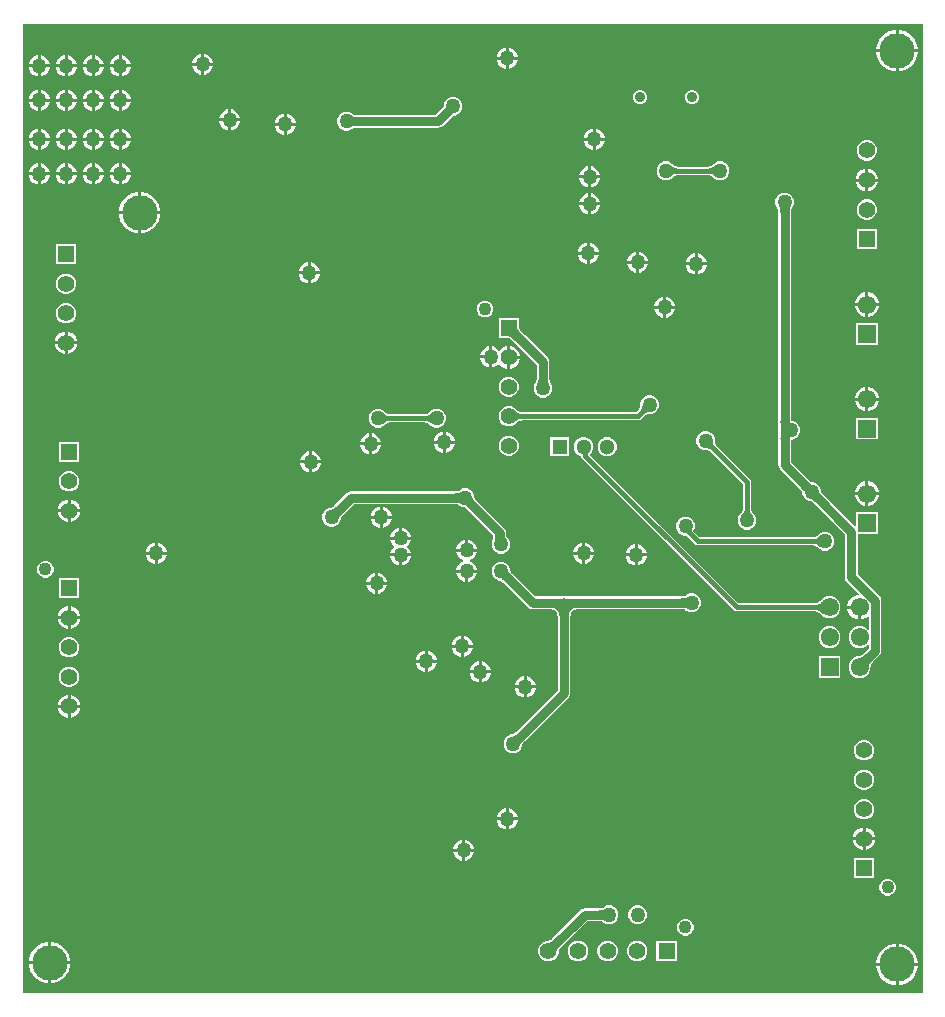
<source format=gbl>
G04*
G04 #@! TF.GenerationSoftware,Altium Limited,Altium Designer,22.5.1 (42)*
G04*
G04 Layer_Physical_Order=2*
G04 Layer_Color=16711680*
%FSLAX44Y44*%
%MOMM*%
G71*
G04*
G04 #@! TF.SameCoordinates,D36B5827-C087-4E08-AA9B-A7BE46811C41*
G04*
G04*
G04 #@! TF.FilePolarity,Positive*
G04*
G01*
G75*
%ADD66C,1.5500*%
%ADD67R,1.5500X1.5500*%
%ADD68C,0.9000*%
%ADD69R,1.4000X1.4000*%
%ADD70C,1.4000*%
%ADD71C,1.1000*%
%ADD72C,1.3000*%
%ADD73R,1.3000X1.3000*%
%ADD74R,1.4000X1.4000*%
%ADD77C,0.7620*%
%ADD79C,0.3810*%
%ADD81C,1.2700*%
%ADD82C,2.9972*%
G36*
X1440180Y1265723D02*
Y445770D01*
X678180D01*
Y1266190D01*
X1439713D01*
X1440180Y1265723D01*
D02*
G37*
%LPC*%
G36*
X1420897Y1260856D02*
X1419860D01*
Y1244600D01*
X1436116D01*
Y1245637D01*
X1434922Y1250095D01*
X1432614Y1254091D01*
X1429351Y1257354D01*
X1425355Y1259662D01*
X1420897Y1260856D01*
D02*
G37*
G36*
X1417320D02*
X1416283D01*
X1411825Y1259662D01*
X1407829Y1257354D01*
X1404566Y1254091D01*
X1402258Y1250095D01*
X1401064Y1245637D01*
Y1244600D01*
X1417320D01*
Y1260856D01*
D02*
G37*
G36*
X1090158Y1245870D02*
X1089660D01*
Y1238250D01*
X1097280D01*
Y1238748D01*
X1095927Y1242016D01*
X1093426Y1244517D01*
X1090158Y1245870D01*
D02*
G37*
G36*
X1087120D02*
X1086622D01*
X1083354Y1244517D01*
X1080853Y1242016D01*
X1079500Y1238748D01*
Y1238250D01*
X1087120D01*
Y1245870D01*
D02*
G37*
G36*
X832348Y1240790D02*
X831850D01*
Y1233170D01*
X839470D01*
Y1233668D01*
X838117Y1236936D01*
X835616Y1239437D01*
X832348Y1240790D01*
D02*
G37*
G36*
X829310D02*
X828812D01*
X825544Y1239437D01*
X823043Y1236936D01*
X821690Y1233668D01*
Y1233170D01*
X829310D01*
Y1240790D01*
D02*
G37*
G36*
X762498Y1239520D02*
X762000D01*
Y1231900D01*
X769620D01*
Y1232398D01*
X768267Y1235666D01*
X765766Y1238167D01*
X762498Y1239520D01*
D02*
G37*
G36*
X759460D02*
X758962D01*
X755694Y1238167D01*
X753193Y1235666D01*
X751840Y1232398D01*
Y1231900D01*
X759460D01*
Y1239520D01*
D02*
G37*
G36*
X739638D02*
X739140D01*
Y1231900D01*
X746760D01*
Y1232398D01*
X745407Y1235666D01*
X742906Y1238167D01*
X739638Y1239520D01*
D02*
G37*
G36*
X736600D02*
X736102D01*
X732834Y1238167D01*
X730333Y1235666D01*
X728980Y1232398D01*
Y1231900D01*
X736600D01*
Y1239520D01*
D02*
G37*
G36*
X716778D02*
X716280D01*
Y1231900D01*
X723900D01*
Y1232398D01*
X722547Y1235666D01*
X720046Y1238167D01*
X716778Y1239520D01*
D02*
G37*
G36*
X713740D02*
X713242D01*
X709974Y1238167D01*
X707473Y1235666D01*
X706120Y1232398D01*
Y1231900D01*
X713740D01*
Y1239520D01*
D02*
G37*
G36*
X693918D02*
X693420D01*
Y1231900D01*
X701040D01*
Y1232398D01*
X699687Y1235666D01*
X697186Y1238167D01*
X693918Y1239520D01*
D02*
G37*
G36*
X690880D02*
X690382D01*
X687114Y1238167D01*
X684613Y1235666D01*
X683260Y1232398D01*
Y1231900D01*
X690880D01*
Y1239520D01*
D02*
G37*
G36*
X1097280Y1235710D02*
X1089660D01*
Y1228090D01*
X1090158D01*
X1093426Y1229443D01*
X1095927Y1231944D01*
X1097280Y1235212D01*
Y1235710D01*
D02*
G37*
G36*
X1087120D02*
X1079500D01*
Y1235212D01*
X1080853Y1231944D01*
X1083354Y1229443D01*
X1086622Y1228090D01*
X1087120D01*
Y1235710D01*
D02*
G37*
G36*
X1436116Y1242060D02*
X1419860D01*
Y1225804D01*
X1420897D01*
X1425355Y1226998D01*
X1429351Y1229306D01*
X1432614Y1232569D01*
X1434922Y1236565D01*
X1436116Y1241023D01*
Y1242060D01*
D02*
G37*
G36*
X1417320D02*
X1401064D01*
Y1241023D01*
X1402258Y1236565D01*
X1404566Y1232569D01*
X1407829Y1229306D01*
X1411825Y1226998D01*
X1416283Y1225804D01*
X1417320D01*
Y1242060D01*
D02*
G37*
G36*
X839470Y1230630D02*
X831850D01*
Y1223010D01*
X832348D01*
X835616Y1224363D01*
X838117Y1226864D01*
X839470Y1230132D01*
Y1230630D01*
D02*
G37*
G36*
X829310D02*
X821690D01*
Y1230132D01*
X823043Y1226864D01*
X825544Y1224363D01*
X828812Y1223010D01*
X829310D01*
Y1230630D01*
D02*
G37*
G36*
X769620Y1229360D02*
X762000D01*
Y1221740D01*
X762498D01*
X765766Y1223093D01*
X768267Y1225594D01*
X769620Y1228862D01*
Y1229360D01*
D02*
G37*
G36*
X759460D02*
X751840D01*
Y1228862D01*
X753193Y1225594D01*
X755694Y1223093D01*
X758962Y1221740D01*
X759460D01*
Y1229360D01*
D02*
G37*
G36*
X746760D02*
X739140D01*
Y1221740D01*
X739638D01*
X742906Y1223093D01*
X745407Y1225594D01*
X746760Y1228862D01*
Y1229360D01*
D02*
G37*
G36*
X736600D02*
X728980D01*
Y1228862D01*
X730333Y1225594D01*
X732834Y1223093D01*
X736102Y1221740D01*
X736600D01*
Y1229360D01*
D02*
G37*
G36*
X723900D02*
X716280D01*
Y1221740D01*
X716778D01*
X720046Y1223093D01*
X722547Y1225594D01*
X723900Y1228862D01*
Y1229360D01*
D02*
G37*
G36*
X713740D02*
X706120D01*
Y1228862D01*
X707473Y1225594D01*
X709974Y1223093D01*
X713242Y1221740D01*
X713740D01*
Y1229360D01*
D02*
G37*
G36*
X701040D02*
X693420D01*
Y1221740D01*
X693918D01*
X697186Y1223093D01*
X699687Y1225594D01*
X701040Y1228862D01*
Y1229360D01*
D02*
G37*
G36*
X690880D02*
X683260D01*
Y1228862D01*
X684613Y1225594D01*
X687114Y1223093D01*
X690382Y1221740D01*
X690880D01*
Y1229360D01*
D02*
G37*
G36*
X762498Y1210310D02*
X762000D01*
Y1202690D01*
X769620D01*
Y1203188D01*
X768267Y1206456D01*
X765766Y1208957D01*
X762498Y1210310D01*
D02*
G37*
G36*
X759460D02*
X758962D01*
X755694Y1208957D01*
X753193Y1206456D01*
X751840Y1203188D01*
Y1202690D01*
X759460D01*
Y1210310D01*
D02*
G37*
G36*
X739638D02*
X739140D01*
Y1202690D01*
X746760D01*
Y1203188D01*
X745407Y1206456D01*
X742906Y1208957D01*
X739638Y1210310D01*
D02*
G37*
G36*
X736600D02*
X736102D01*
X732834Y1208957D01*
X730333Y1206456D01*
X728980Y1203188D01*
Y1202690D01*
X736600D01*
Y1210310D01*
D02*
G37*
G36*
X716778D02*
X716280D01*
Y1202690D01*
X723900D01*
Y1203188D01*
X722547Y1206456D01*
X720046Y1208957D01*
X716778Y1210310D01*
D02*
G37*
G36*
X713740D02*
X713242D01*
X709974Y1208957D01*
X707473Y1206456D01*
X706120Y1203188D01*
Y1202690D01*
X713740D01*
Y1210310D01*
D02*
G37*
G36*
X693918D02*
X693420D01*
Y1202690D01*
X701040D01*
Y1203188D01*
X699687Y1206456D01*
X697186Y1208957D01*
X693918Y1210310D01*
D02*
G37*
G36*
X690880D02*
X690382D01*
X687114Y1208957D01*
X684613Y1206456D01*
X683260Y1203188D01*
Y1202690D01*
X690880D01*
Y1210310D01*
D02*
G37*
G36*
X1246208Y1209934D02*
X1243812D01*
X1241598Y1209017D01*
X1239903Y1207322D01*
X1238986Y1205108D01*
Y1202712D01*
X1239903Y1200498D01*
X1241598Y1198803D01*
X1243812Y1197886D01*
X1246208D01*
X1248422Y1198803D01*
X1250117Y1200498D01*
X1251034Y1202712D01*
Y1205108D01*
X1250117Y1207322D01*
X1248422Y1209017D01*
X1246208Y1209934D01*
D02*
G37*
G36*
X1202208D02*
X1199812D01*
X1197598Y1209017D01*
X1195903Y1207322D01*
X1194986Y1205108D01*
Y1202712D01*
X1195903Y1200498D01*
X1197598Y1198803D01*
X1199812Y1197886D01*
X1202208D01*
X1204422Y1198803D01*
X1206117Y1200498D01*
X1207034Y1202712D01*
Y1205108D01*
X1206117Y1207322D01*
X1204422Y1209017D01*
X1202208Y1209934D01*
D02*
G37*
G36*
X769620Y1200150D02*
X762000D01*
Y1192530D01*
X762498D01*
X765766Y1193883D01*
X768267Y1196384D01*
X769620Y1199652D01*
Y1200150D01*
D02*
G37*
G36*
X759460D02*
X751840D01*
Y1199652D01*
X753193Y1196384D01*
X755694Y1193883D01*
X758962Y1192530D01*
X759460D01*
Y1200150D01*
D02*
G37*
G36*
X746760D02*
X739140D01*
Y1192530D01*
X739638D01*
X742906Y1193883D01*
X745407Y1196384D01*
X746760Y1199652D01*
Y1200150D01*
D02*
G37*
G36*
X736600D02*
X728980D01*
Y1199652D01*
X730333Y1196384D01*
X732834Y1193883D01*
X736102Y1192530D01*
X736600D01*
Y1200150D01*
D02*
G37*
G36*
X723900D02*
X716280D01*
Y1192530D01*
X716778D01*
X720046Y1193883D01*
X722547Y1196384D01*
X723900Y1199652D01*
Y1200150D01*
D02*
G37*
G36*
X713740D02*
X706120D01*
Y1199652D01*
X707473Y1196384D01*
X709974Y1193883D01*
X713242Y1192530D01*
X713740D01*
Y1200150D01*
D02*
G37*
G36*
X701040D02*
X693420D01*
Y1192530D01*
X693918D01*
X697186Y1193883D01*
X699687Y1196384D01*
X701040Y1199652D01*
Y1200150D01*
D02*
G37*
G36*
X690880D02*
X683260D01*
Y1199652D01*
X684613Y1196384D01*
X687114Y1193883D01*
X690382Y1192530D01*
X690880D01*
Y1200150D01*
D02*
G37*
G36*
X1044236Y1204214D02*
X1041104D01*
X1038210Y1203015D01*
X1035995Y1200800D01*
X1034796Y1197906D01*
Y1196157D01*
X1027717Y1189079D01*
X958197D01*
X956960Y1190315D01*
X954066Y1191514D01*
X950934D01*
X948040Y1190315D01*
X945825Y1188100D01*
X944626Y1185206D01*
Y1182074D01*
X945825Y1179180D01*
X948040Y1176965D01*
X950934Y1175766D01*
X954066D01*
X956960Y1176965D01*
X958197Y1178202D01*
X1029970D01*
X1032051Y1178615D01*
X1033816Y1179794D01*
X1042487Y1188466D01*
X1044236D01*
X1047130Y1189665D01*
X1049345Y1191880D01*
X1050544Y1194774D01*
Y1197906D01*
X1049345Y1200800D01*
X1047130Y1203015D01*
X1044236Y1204214D01*
D02*
G37*
G36*
X855208Y1193800D02*
X854710D01*
Y1186180D01*
X862330D01*
Y1186678D01*
X860977Y1189946D01*
X858476Y1192447D01*
X855208Y1193800D01*
D02*
G37*
G36*
X852170D02*
X851672D01*
X848404Y1192447D01*
X845903Y1189946D01*
X844550Y1186678D01*
Y1186180D01*
X852170D01*
Y1193800D01*
D02*
G37*
G36*
X902198Y1189990D02*
X901700D01*
Y1182370D01*
X909320D01*
Y1182868D01*
X907967Y1186136D01*
X905466Y1188637D01*
X902198Y1189990D01*
D02*
G37*
G36*
X899160D02*
X898662D01*
X895394Y1188637D01*
X892893Y1186136D01*
X891540Y1182868D01*
Y1182370D01*
X899160D01*
Y1189990D01*
D02*
G37*
G36*
X862330Y1183640D02*
X854710D01*
Y1176020D01*
X855208D01*
X858476Y1177373D01*
X860977Y1179874D01*
X862330Y1183142D01*
Y1183640D01*
D02*
G37*
G36*
X852170D02*
X844550D01*
Y1183142D01*
X845903Y1179874D01*
X848404Y1177373D01*
X851672Y1176020D01*
X852170D01*
Y1183640D01*
D02*
G37*
G36*
X909320Y1179830D02*
X901700D01*
Y1172210D01*
X902198D01*
X905466Y1173563D01*
X907967Y1176064D01*
X909320Y1179332D01*
Y1179830D01*
D02*
G37*
G36*
X899160D02*
X891540D01*
Y1179332D01*
X892893Y1176064D01*
X895394Y1173563D01*
X898662Y1172210D01*
X899160D01*
Y1179830D01*
D02*
G37*
G36*
X1163818Y1177290D02*
X1163320D01*
Y1169670D01*
X1170940D01*
Y1170168D01*
X1169587Y1173436D01*
X1167086Y1175937D01*
X1163818Y1177290D01*
D02*
G37*
G36*
X1160780D02*
X1160282D01*
X1157014Y1175937D01*
X1154513Y1173436D01*
X1153160Y1170168D01*
Y1169670D01*
X1160780D01*
Y1177290D01*
D02*
G37*
G36*
X762498D02*
X762000D01*
Y1169670D01*
X769620D01*
Y1170168D01*
X768267Y1173436D01*
X765766Y1175937D01*
X762498Y1177290D01*
D02*
G37*
G36*
X759460D02*
X758962D01*
X755694Y1175937D01*
X753193Y1173436D01*
X751840Y1170168D01*
Y1169670D01*
X759460D01*
Y1177290D01*
D02*
G37*
G36*
X739638D02*
X739140D01*
Y1169670D01*
X746760D01*
Y1170168D01*
X745407Y1173436D01*
X742906Y1175937D01*
X739638Y1177290D01*
D02*
G37*
G36*
X736600D02*
X736102D01*
X732834Y1175937D01*
X730333Y1173436D01*
X728980Y1170168D01*
Y1169670D01*
X736600D01*
Y1177290D01*
D02*
G37*
G36*
X716778D02*
X716280D01*
Y1169670D01*
X723900D01*
Y1170168D01*
X722547Y1173436D01*
X720046Y1175937D01*
X716778Y1177290D01*
D02*
G37*
G36*
X713740D02*
X713242D01*
X709974Y1175937D01*
X707473Y1173436D01*
X706120Y1170168D01*
Y1169670D01*
X713740D01*
Y1177290D01*
D02*
G37*
G36*
X693918D02*
X693420D01*
Y1169670D01*
X701040D01*
Y1170168D01*
X699687Y1173436D01*
X697186Y1175937D01*
X693918Y1177290D01*
D02*
G37*
G36*
X690880D02*
X690382D01*
X687114Y1175937D01*
X684613Y1173436D01*
X683260Y1170168D01*
Y1169670D01*
X690880D01*
Y1177290D01*
D02*
G37*
G36*
X1170940Y1167130D02*
X1163320D01*
Y1159510D01*
X1163818D01*
X1167086Y1160863D01*
X1169587Y1163364D01*
X1170940Y1166632D01*
Y1167130D01*
D02*
G37*
G36*
X1160780D02*
X1153160D01*
Y1166632D01*
X1154513Y1163364D01*
X1157014Y1160863D01*
X1160282Y1159510D01*
X1160780D01*
Y1167130D01*
D02*
G37*
G36*
X769620D02*
X762000D01*
Y1159510D01*
X762498D01*
X765766Y1160863D01*
X768267Y1163364D01*
X769620Y1166632D01*
Y1167130D01*
D02*
G37*
G36*
X759460D02*
X751840D01*
Y1166632D01*
X753193Y1163364D01*
X755694Y1160863D01*
X758962Y1159510D01*
X759460D01*
Y1167130D01*
D02*
G37*
G36*
X746760D02*
X739140D01*
Y1159510D01*
X739638D01*
X742906Y1160863D01*
X745407Y1163364D01*
X746760Y1166632D01*
Y1167130D01*
D02*
G37*
G36*
X736600D02*
X728980D01*
Y1166632D01*
X730333Y1163364D01*
X732834Y1160863D01*
X736102Y1159510D01*
X736600D01*
Y1167130D01*
D02*
G37*
G36*
X723900D02*
X716280D01*
Y1159510D01*
X716778D01*
X720046Y1160863D01*
X722547Y1163364D01*
X723900Y1166632D01*
Y1167130D01*
D02*
G37*
G36*
X713740D02*
X706120D01*
Y1166632D01*
X707473Y1163364D01*
X709974Y1160863D01*
X713242Y1159510D01*
X713740D01*
Y1167130D01*
D02*
G37*
G36*
X701040D02*
X693420D01*
Y1159510D01*
X693918D01*
X697186Y1160863D01*
X699687Y1163364D01*
X701040Y1166632D01*
Y1167130D01*
D02*
G37*
G36*
X690880D02*
X683260D01*
Y1166632D01*
X684613Y1163364D01*
X687114Y1160863D01*
X690382Y1159510D01*
X690880D01*
Y1167130D01*
D02*
G37*
G36*
X1394716Y1167434D02*
X1391324D01*
X1388192Y1166136D01*
X1385794Y1163738D01*
X1384496Y1160605D01*
Y1157215D01*
X1385794Y1154081D01*
X1388192Y1151684D01*
X1391324Y1150386D01*
X1394716D01*
X1397849Y1151684D01*
X1400246Y1154081D01*
X1401544Y1157215D01*
Y1160605D01*
X1400246Y1163738D01*
X1397849Y1166136D01*
X1394716Y1167434D01*
D02*
G37*
G36*
X1270296Y1149604D02*
X1267164D01*
X1264270Y1148405D01*
X1263342Y1147477D01*
X1263051Y1147364D01*
X1262587Y1146917D01*
X1262160Y1146554D01*
X1261738Y1146242D01*
X1261320Y1145978D01*
X1260908Y1145761D01*
X1260500Y1145587D01*
X1260094Y1145454D01*
X1259688Y1145361D01*
X1259278Y1145305D01*
X1258788Y1145283D01*
X1258667Y1145226D01*
X1233073D01*
X1232952Y1145283D01*
X1232461Y1145305D01*
X1232052Y1145361D01*
X1231646Y1145454D01*
X1231240Y1145587D01*
X1230832Y1145761D01*
X1230420Y1145978D01*
X1230002Y1146242D01*
X1229580Y1146554D01*
X1229153Y1146917D01*
X1228689Y1147364D01*
X1228398Y1147477D01*
X1227470Y1148405D01*
X1224576Y1149604D01*
X1221444D01*
X1218550Y1148405D01*
X1216335Y1146190D01*
X1215136Y1143296D01*
Y1140164D01*
X1216335Y1137270D01*
X1218550Y1135055D01*
X1221444Y1133856D01*
X1224576D01*
X1227470Y1135055D01*
X1228398Y1135983D01*
X1228689Y1136096D01*
X1229153Y1136543D01*
X1229580Y1136906D01*
X1230002Y1137218D01*
X1230419Y1137482D01*
X1230832Y1137699D01*
X1231240Y1137873D01*
X1231646Y1138006D01*
X1232052Y1138099D01*
X1232462Y1138155D01*
X1232952Y1138177D01*
X1233073Y1138234D01*
X1258667D01*
X1258788Y1138177D01*
X1259278Y1138155D01*
X1259688Y1138099D01*
X1260094Y1138006D01*
X1260500Y1137873D01*
X1260908Y1137699D01*
X1261320Y1137482D01*
X1261738Y1137218D01*
X1262160Y1136906D01*
X1262587Y1136544D01*
X1263051Y1136096D01*
X1263342Y1135983D01*
X1264270Y1135055D01*
X1267164Y1133856D01*
X1270296D01*
X1273190Y1135055D01*
X1275405Y1137270D01*
X1276604Y1140164D01*
Y1143296D01*
X1275405Y1146190D01*
X1273190Y1148405D01*
X1270296Y1149604D01*
D02*
G37*
G36*
X762498Y1148080D02*
X762000D01*
Y1140460D01*
X769620D01*
Y1140958D01*
X768267Y1144226D01*
X765766Y1146727D01*
X762498Y1148080D01*
D02*
G37*
G36*
X759460D02*
X758962D01*
X755694Y1146727D01*
X753193Y1144226D01*
X751840Y1140958D01*
Y1140460D01*
X759460D01*
Y1148080D01*
D02*
G37*
G36*
X739638D02*
X739140D01*
Y1140460D01*
X746760D01*
Y1140958D01*
X745407Y1144226D01*
X742906Y1146727D01*
X739638Y1148080D01*
D02*
G37*
G36*
X736600D02*
X736102D01*
X732834Y1146727D01*
X730333Y1144226D01*
X728980Y1140958D01*
Y1140460D01*
X736600D01*
Y1148080D01*
D02*
G37*
G36*
X716778D02*
X716280D01*
Y1140460D01*
X723900D01*
Y1140958D01*
X722547Y1144226D01*
X720046Y1146727D01*
X716778Y1148080D01*
D02*
G37*
G36*
X713740D02*
X713242D01*
X709974Y1146727D01*
X707473Y1144226D01*
X706120Y1140958D01*
Y1140460D01*
X713740D01*
Y1148080D01*
D02*
G37*
G36*
X693918D02*
X693420D01*
Y1140460D01*
X701040D01*
Y1140958D01*
X699687Y1144226D01*
X697186Y1146727D01*
X693918Y1148080D01*
D02*
G37*
G36*
X690880D02*
X690382D01*
X687114Y1146727D01*
X684613Y1144226D01*
X683260Y1140958D01*
Y1140460D01*
X690880D01*
Y1148080D01*
D02*
G37*
G36*
X1160008Y1145540D02*
X1159510D01*
Y1137920D01*
X1167130D01*
Y1138418D01*
X1165777Y1141686D01*
X1163276Y1144187D01*
X1160008Y1145540D01*
D02*
G37*
G36*
X1156970D02*
X1156472D01*
X1153204Y1144187D01*
X1150703Y1141686D01*
X1149350Y1138418D01*
Y1137920D01*
X1156970D01*
Y1145540D01*
D02*
G37*
G36*
X1394918Y1143450D02*
X1394290D01*
Y1135180D01*
X1402560D01*
Y1135808D01*
X1401108Y1139314D01*
X1398424Y1141998D01*
X1394918Y1143450D01*
D02*
G37*
G36*
X1391750D02*
X1391122D01*
X1387616Y1141998D01*
X1384932Y1139314D01*
X1383480Y1135808D01*
Y1135180D01*
X1391750D01*
Y1143450D01*
D02*
G37*
G36*
X769620Y1137920D02*
X762000D01*
Y1130300D01*
X762498D01*
X765766Y1131653D01*
X768267Y1134154D01*
X769620Y1137422D01*
Y1137920D01*
D02*
G37*
G36*
X759460D02*
X751840D01*
Y1137422D01*
X753193Y1134154D01*
X755694Y1131653D01*
X758962Y1130300D01*
X759460D01*
Y1137920D01*
D02*
G37*
G36*
X746760D02*
X739140D01*
Y1130300D01*
X739638D01*
X742906Y1131653D01*
X745407Y1134154D01*
X746760Y1137422D01*
Y1137920D01*
D02*
G37*
G36*
X736600D02*
X728980D01*
Y1137422D01*
X730333Y1134154D01*
X732834Y1131653D01*
X736102Y1130300D01*
X736600D01*
Y1137920D01*
D02*
G37*
G36*
X723900D02*
X716280D01*
Y1130300D01*
X716778D01*
X720046Y1131653D01*
X722547Y1134154D01*
X723900Y1137422D01*
Y1137920D01*
D02*
G37*
G36*
X713740D02*
X706120D01*
Y1137422D01*
X707473Y1134154D01*
X709974Y1131653D01*
X713242Y1130300D01*
X713740D01*
Y1137920D01*
D02*
G37*
G36*
X701040D02*
X693420D01*
Y1130300D01*
X693918D01*
X697186Y1131653D01*
X699687Y1134154D01*
X701040Y1137422D01*
Y1137920D01*
D02*
G37*
G36*
X690880D02*
X683260D01*
Y1137422D01*
X684613Y1134154D01*
X687114Y1131653D01*
X690382Y1130300D01*
X690880D01*
Y1137920D01*
D02*
G37*
G36*
X1167130Y1135380D02*
X1159510D01*
Y1127760D01*
X1160008D01*
X1163276Y1129113D01*
X1165777Y1131614D01*
X1167130Y1134882D01*
Y1135380D01*
D02*
G37*
G36*
X1156970D02*
X1149350D01*
Y1134882D01*
X1150703Y1131614D01*
X1153204Y1129113D01*
X1156472Y1127760D01*
X1156970D01*
Y1135380D01*
D02*
G37*
G36*
X1402560Y1132640D02*
X1394290D01*
Y1124370D01*
X1394918D01*
X1398424Y1125822D01*
X1401108Y1128506D01*
X1402560Y1132012D01*
Y1132640D01*
D02*
G37*
G36*
X1391750D02*
X1383480D01*
Y1132012D01*
X1384932Y1128506D01*
X1387616Y1125822D01*
X1391122Y1124370D01*
X1391750D01*
Y1132640D01*
D02*
G37*
G36*
X1160008Y1122680D02*
X1159510D01*
Y1115060D01*
X1167130D01*
Y1115558D01*
X1165777Y1118826D01*
X1163276Y1121327D01*
X1160008Y1122680D01*
D02*
G37*
G36*
X1156970D02*
X1156472D01*
X1153204Y1121327D01*
X1150703Y1118826D01*
X1149350Y1115558D01*
Y1115060D01*
X1156970D01*
Y1122680D01*
D02*
G37*
G36*
X779547Y1123696D02*
X778510D01*
Y1107440D01*
X794766D01*
Y1108477D01*
X793572Y1112935D01*
X791264Y1116931D01*
X788001Y1120194D01*
X784005Y1122502D01*
X779547Y1123696D01*
D02*
G37*
G36*
X775970D02*
X774933D01*
X770475Y1122502D01*
X766479Y1120194D01*
X763216Y1116931D01*
X760908Y1112935D01*
X759714Y1108477D01*
Y1107440D01*
X775970D01*
Y1123696D01*
D02*
G37*
G36*
X1167130Y1112520D02*
X1159510D01*
Y1104900D01*
X1160008D01*
X1163276Y1106253D01*
X1165777Y1108754D01*
X1167130Y1112022D01*
Y1112520D01*
D02*
G37*
G36*
X1156970D02*
X1149350D01*
Y1112022D01*
X1150703Y1108754D01*
X1153204Y1106253D01*
X1156472Y1104900D01*
X1156970D01*
Y1112520D01*
D02*
G37*
G36*
X1394716Y1117434D02*
X1391324D01*
X1388192Y1116136D01*
X1385794Y1113738D01*
X1384496Y1110605D01*
Y1107215D01*
X1385794Y1104081D01*
X1388192Y1101684D01*
X1391324Y1100386D01*
X1394716D01*
X1397849Y1101684D01*
X1400246Y1104081D01*
X1401544Y1107215D01*
Y1110605D01*
X1400246Y1113738D01*
X1397849Y1116136D01*
X1394716Y1117434D01*
D02*
G37*
G36*
X794766Y1104900D02*
X778510D01*
Y1088644D01*
X779547D01*
X784005Y1089838D01*
X788001Y1092146D01*
X791264Y1095409D01*
X793572Y1099405D01*
X794766Y1103863D01*
Y1104900D01*
D02*
G37*
G36*
X775970D02*
X759714D01*
Y1103863D01*
X760908Y1099405D01*
X763216Y1095409D01*
X766479Y1092146D01*
X770475Y1089838D01*
X774933Y1088644D01*
X775970D01*
Y1104900D01*
D02*
G37*
G36*
X1401544Y1092434D02*
X1384496D01*
Y1075386D01*
X1401544D01*
Y1092434D01*
D02*
G37*
G36*
X1158738Y1080770D02*
X1158240D01*
Y1073150D01*
X1165860D01*
Y1073648D01*
X1164507Y1076916D01*
X1162006Y1079417D01*
X1158738Y1080770D01*
D02*
G37*
G36*
X1155700D02*
X1155202D01*
X1151934Y1079417D01*
X1149433Y1076916D01*
X1148080Y1073648D01*
Y1073150D01*
X1155700D01*
Y1080770D01*
D02*
G37*
G36*
X1200648Y1073150D02*
X1200150D01*
Y1065530D01*
X1207770D01*
Y1066028D01*
X1206417Y1069296D01*
X1203916Y1071797D01*
X1200648Y1073150D01*
D02*
G37*
G36*
X1197610D02*
X1197112D01*
X1193844Y1071797D01*
X1191343Y1069296D01*
X1189990Y1066028D01*
Y1065530D01*
X1197610D01*
Y1073150D01*
D02*
G37*
G36*
X1250178Y1071880D02*
X1249680D01*
Y1064260D01*
X1257300D01*
Y1064758D01*
X1255947Y1068026D01*
X1253446Y1070527D01*
X1250178Y1071880D01*
D02*
G37*
G36*
X1247140D02*
X1246642D01*
X1243374Y1070527D01*
X1240873Y1068026D01*
X1239520Y1064758D01*
Y1064260D01*
X1247140D01*
Y1071880D01*
D02*
G37*
G36*
X1165860Y1070610D02*
X1158240D01*
Y1062990D01*
X1158738D01*
X1162006Y1064343D01*
X1164507Y1066844D01*
X1165860Y1070112D01*
Y1070610D01*
D02*
G37*
G36*
X1155700D02*
X1148080D01*
Y1070112D01*
X1149433Y1066844D01*
X1151934Y1064343D01*
X1155202Y1062990D01*
X1155700D01*
Y1070610D01*
D02*
G37*
G36*
X723534Y1079604D02*
X706486D01*
Y1062556D01*
X723534D01*
Y1079604D01*
D02*
G37*
G36*
X922518Y1064260D02*
X922020D01*
Y1056640D01*
X929640D01*
Y1057138D01*
X928287Y1060406D01*
X925786Y1062907D01*
X922518Y1064260D01*
D02*
G37*
G36*
X919480D02*
X918982D01*
X915714Y1062907D01*
X913213Y1060406D01*
X911860Y1057138D01*
Y1056640D01*
X919480D01*
Y1064260D01*
D02*
G37*
G36*
X1207770Y1062990D02*
X1200150D01*
Y1055370D01*
X1200648D01*
X1203916Y1056723D01*
X1206417Y1059224D01*
X1207770Y1062492D01*
Y1062990D01*
D02*
G37*
G36*
X1197610D02*
X1189990D01*
Y1062492D01*
X1191343Y1059224D01*
X1193844Y1056723D01*
X1197112Y1055370D01*
X1197610D01*
Y1062990D01*
D02*
G37*
G36*
X1257300Y1061720D02*
X1249680D01*
Y1054100D01*
X1250178D01*
X1253446Y1055453D01*
X1255947Y1057954D01*
X1257300Y1061222D01*
Y1061720D01*
D02*
G37*
G36*
X1247140D02*
X1239520D01*
Y1061222D01*
X1240873Y1057954D01*
X1243374Y1055453D01*
X1246642Y1054100D01*
X1247140D01*
Y1061720D01*
D02*
G37*
G36*
X929640Y1054100D02*
X922020D01*
Y1046480D01*
X922518D01*
X925786Y1047833D01*
X928287Y1050334D01*
X929640Y1053602D01*
Y1054100D01*
D02*
G37*
G36*
X919480D02*
X911860D01*
Y1053602D01*
X913213Y1050334D01*
X915714Y1047833D01*
X918982Y1046480D01*
X919480D01*
Y1054100D01*
D02*
G37*
G36*
X716705Y1054604D02*
X713315D01*
X710182Y1053306D01*
X707784Y1050909D01*
X706486Y1047775D01*
Y1044385D01*
X707784Y1041252D01*
X710182Y1038854D01*
X713315Y1037556D01*
X716705D01*
X719838Y1038854D01*
X722236Y1041252D01*
X723534Y1044385D01*
Y1047775D01*
X722236Y1050909D01*
X719838Y1053306D01*
X716705Y1054604D01*
D02*
G37*
G36*
X1395067Y1038790D02*
X1394290D01*
Y1029770D01*
X1403310D01*
Y1030547D01*
X1401743Y1034329D01*
X1398849Y1037224D01*
X1395067Y1038790D01*
D02*
G37*
G36*
X1391750D02*
X1390973D01*
X1387191Y1037224D01*
X1384297Y1034329D01*
X1382730Y1030547D01*
Y1029770D01*
X1391750D01*
Y1038790D01*
D02*
G37*
G36*
X1223508Y1035050D02*
X1223010D01*
Y1027430D01*
X1230630D01*
Y1027928D01*
X1229277Y1031196D01*
X1226776Y1033697D01*
X1223508Y1035050D01*
D02*
G37*
G36*
X1220470D02*
X1219972D01*
X1216704Y1033697D01*
X1214203Y1031196D01*
X1212850Y1027928D01*
Y1027430D01*
X1220470D01*
Y1035050D01*
D02*
G37*
G36*
X1403310Y1027230D02*
X1394290D01*
Y1018210D01*
X1395067D01*
X1398849Y1019777D01*
X1401743Y1022671D01*
X1403310Y1026453D01*
Y1027230D01*
D02*
G37*
G36*
X1391750D02*
X1382730D01*
Y1026453D01*
X1384297Y1022671D01*
X1387191Y1019777D01*
X1390973Y1018210D01*
X1391750D01*
Y1027230D01*
D02*
G37*
G36*
X1071227Y1031874D02*
X1068433D01*
X1065851Y1030805D01*
X1063875Y1028829D01*
X1062806Y1026247D01*
Y1023453D01*
X1063875Y1020871D01*
X1065851Y1018895D01*
X1068433Y1017826D01*
X1071227D01*
X1073809Y1018895D01*
X1075785Y1020871D01*
X1076854Y1023453D01*
Y1026247D01*
X1075785Y1028829D01*
X1073809Y1030805D01*
X1071227Y1031874D01*
D02*
G37*
G36*
X1230630Y1024890D02*
X1223010D01*
Y1017270D01*
X1223508D01*
X1226776Y1018623D01*
X1229277Y1021124D01*
X1230630Y1024392D01*
Y1024890D01*
D02*
G37*
G36*
X1220470D02*
X1212850D01*
Y1024392D01*
X1214203Y1021124D01*
X1216704Y1018623D01*
X1219972Y1017270D01*
X1220470D01*
Y1024890D01*
D02*
G37*
G36*
X716705Y1029604D02*
X713315D01*
X710182Y1028306D01*
X707784Y1025909D01*
X706486Y1022775D01*
Y1019385D01*
X707784Y1016252D01*
X710182Y1013854D01*
X713315Y1012556D01*
X716705D01*
X719838Y1013854D01*
X722236Y1016252D01*
X723534Y1019385D01*
Y1022775D01*
X722236Y1025909D01*
X719838Y1028306D01*
X716705Y1029604D01*
D02*
G37*
G36*
X716908Y1005620D02*
X716280D01*
Y997350D01*
X724550D01*
Y997978D01*
X723098Y1001484D01*
X720414Y1004168D01*
X716908Y1005620D01*
D02*
G37*
G36*
X713740D02*
X713112D01*
X709606Y1004168D01*
X706922Y1001484D01*
X705470Y997978D01*
Y997350D01*
X713740D01*
Y1005620D01*
D02*
G37*
G36*
X1402294Y1012774D02*
X1383746D01*
Y994226D01*
X1402294D01*
Y1012774D01*
D02*
G37*
G36*
X1088560Y993390D02*
X1087932D01*
X1084426Y991938D01*
X1081865Y989377D01*
X1079456Y991787D01*
X1076188Y993140D01*
X1075690D01*
Y984250D01*
Y975360D01*
X1076188D01*
X1079456Y976713D01*
X1081419Y978676D01*
X1081668Y978626D01*
X1081742Y978446D01*
X1084426Y975762D01*
X1087932Y974310D01*
X1088560D01*
Y983850D01*
Y993390D01*
D02*
G37*
G36*
X724550Y994810D02*
X716280D01*
Y986540D01*
X716908D01*
X720414Y987992D01*
X723098Y990676D01*
X724550Y994182D01*
Y994810D01*
D02*
G37*
G36*
X713740D02*
X705470D01*
Y994182D01*
X706922Y990676D01*
X709606Y987992D01*
X713112Y986540D01*
X713740D01*
Y994810D01*
D02*
G37*
G36*
X1073150Y993140D02*
X1072652D01*
X1069384Y991787D01*
X1066883Y989286D01*
X1065530Y986018D01*
Y985520D01*
X1073150D01*
Y993140D01*
D02*
G37*
G36*
X1091728Y993390D02*
X1091100D01*
Y985120D01*
X1099370D01*
Y985748D01*
X1097918Y989254D01*
X1095234Y991938D01*
X1091728Y993390D01*
D02*
G37*
G36*
X1073150Y982980D02*
X1065530D01*
Y982482D01*
X1066883Y979214D01*
X1069384Y976713D01*
X1072652Y975360D01*
X1073150D01*
Y982980D01*
D02*
G37*
G36*
X1099370Y982580D02*
X1091100D01*
Y974310D01*
X1091728D01*
X1095234Y975762D01*
X1097918Y978446D01*
X1099370Y981952D01*
Y982580D01*
D02*
G37*
G36*
X1091525Y967374D02*
X1088135D01*
X1085002Y966076D01*
X1082604Y963679D01*
X1081306Y960546D01*
Y957154D01*
X1082604Y954022D01*
X1085002Y951624D01*
X1088135Y950326D01*
X1091525D01*
X1094659Y951624D01*
X1097056Y954022D01*
X1098354Y957154D01*
Y960546D01*
X1097056Y963679D01*
X1094659Y966076D01*
X1091525Y967374D01*
D02*
G37*
G36*
X1395067Y958780D02*
X1394290D01*
Y949760D01*
X1403310D01*
Y950537D01*
X1401743Y954319D01*
X1398849Y957214D01*
X1395067Y958780D01*
D02*
G37*
G36*
X1391750D02*
X1390973D01*
X1387191Y957214D01*
X1384297Y954319D01*
X1382730Y950537D01*
Y949760D01*
X1391750D01*
Y958780D01*
D02*
G37*
G36*
X1098354Y1017374D02*
X1081306D01*
Y1000326D01*
X1085644D01*
X1085766Y1000251D01*
X1085898Y1000283D01*
X1086023Y1000231D01*
X1086253Y1000326D01*
X1089460D01*
X1090314Y999838D01*
X1091429Y999062D01*
X1094130Y996777D01*
X1095654Y995306D01*
X1095702Y995286D01*
X1113431Y977557D01*
Y966534D01*
X1113410Y966485D01*
X1113404Y965796D01*
X1113357Y964628D01*
X1113266Y963739D01*
X1113215Y963445D01*
X1113163Y963228D01*
X1113133Y963141D01*
X1113121Y963126D01*
X1113113Y963094D01*
X1113068Y963003D01*
X1113061Y962907D01*
X1112195Y962040D01*
X1110996Y959146D01*
Y956014D01*
X1112195Y953120D01*
X1114410Y950905D01*
X1117304Y949706D01*
X1120436D01*
X1123330Y950905D01*
X1125545Y953120D01*
X1126744Y956014D01*
Y959146D01*
X1125545Y962040D01*
X1124679Y962907D01*
X1124672Y963003D01*
X1124627Y963094D01*
X1124619Y963126D01*
X1124607Y963141D01*
X1124577Y963228D01*
X1124525Y963445D01*
X1124479Y963712D01*
X1124335Y965818D01*
X1124330Y966485D01*
X1124308Y966534D01*
Y979810D01*
X1123895Y981891D01*
X1122716Y983656D01*
X1103413Y1002958D01*
X1103396Y1003003D01*
X1100636Y1005976D01*
X1099631Y1007232D01*
X1098842Y1008366D01*
X1098354Y1009220D01*
Y1012427D01*
X1098449Y1012657D01*
X1098397Y1012782D01*
X1098429Y1012914D01*
X1098354Y1013036D01*
Y1017374D01*
D02*
G37*
G36*
X1403310Y947220D02*
X1394290D01*
Y938200D01*
X1395067D01*
X1398849Y939766D01*
X1401743Y942661D01*
X1403310Y946443D01*
Y947220D01*
D02*
G37*
G36*
X1391750D02*
X1382730D01*
Y946443D01*
X1384297Y942661D01*
X1387191Y939766D01*
X1390973Y938200D01*
X1391750D01*
Y947220D01*
D02*
G37*
G36*
X1210606Y951484D02*
X1207474D01*
X1204580Y950285D01*
X1202365Y948070D01*
X1201166Y945176D01*
Y943864D01*
X1201041Y943578D01*
X1201029Y942934D01*
X1200983Y942375D01*
X1200905Y941856D01*
X1200797Y941375D01*
X1200659Y940929D01*
X1200493Y940518D01*
X1200300Y940137D01*
X1200079Y939784D01*
X1199829Y939455D01*
X1199498Y939092D01*
X1199452Y938967D01*
X1197832Y937346D01*
X1100967D01*
X1100848Y937402D01*
X1100330Y937428D01*
X1099892Y937494D01*
X1099446Y937606D01*
X1098991Y937766D01*
X1098523Y937978D01*
X1098043Y938245D01*
X1097550Y938569D01*
X1097046Y938953D01*
X1096530Y939399D01*
X1095976Y939935D01*
X1095684Y940051D01*
X1094659Y941076D01*
X1091525Y942374D01*
X1088135D01*
X1085002Y941076D01*
X1082604Y938679D01*
X1081306Y935546D01*
Y932154D01*
X1082604Y929022D01*
X1085002Y926624D01*
X1088135Y925326D01*
X1091525D01*
X1094659Y926624D01*
X1095684Y927649D01*
X1095976Y927765D01*
X1096531Y928301D01*
X1097046Y928747D01*
X1097550Y929131D01*
X1098043Y929455D01*
X1098523Y929722D01*
X1098991Y929934D01*
X1099446Y930094D01*
X1099892Y930206D01*
X1100330Y930272D01*
X1100848Y930297D01*
X1100967Y930354D01*
X1199280D01*
X1200618Y930620D01*
X1201752Y931378D01*
X1204397Y934022D01*
X1204523Y934068D01*
X1204885Y934399D01*
X1205214Y934649D01*
X1205567Y934870D01*
X1205948Y935063D01*
X1206359Y935229D01*
X1206805Y935367D01*
X1207286Y935475D01*
X1207805Y935553D01*
X1208364Y935599D01*
X1209008Y935611D01*
X1209294Y935736D01*
X1210606D01*
X1213500Y936935D01*
X1215715Y939150D01*
X1216914Y942044D01*
Y945176D01*
X1215715Y948070D01*
X1213500Y950285D01*
X1210606Y951484D01*
D02*
G37*
G36*
X1030266Y940054D02*
X1027134D01*
X1024240Y938855D01*
X1023312Y937927D01*
X1023021Y937814D01*
X1022557Y937367D01*
X1022130Y937004D01*
X1021708Y936692D01*
X1021291Y936429D01*
X1020878Y936211D01*
X1020470Y936037D01*
X1020064Y935904D01*
X1019658Y935811D01*
X1019248Y935755D01*
X1018758Y935733D01*
X1018637Y935676D01*
X989233D01*
X989112Y935733D01*
X988622Y935755D01*
X988212Y935811D01*
X987806Y935904D01*
X987400Y936037D01*
X986992Y936211D01*
X986580Y936428D01*
X986162Y936692D01*
X985740Y937004D01*
X985313Y937366D01*
X984849Y937814D01*
X984558Y937927D01*
X983630Y938855D01*
X980736Y940054D01*
X977604D01*
X974710Y938855D01*
X972495Y936640D01*
X971296Y933746D01*
Y930614D01*
X972495Y927720D01*
X974710Y925505D01*
X977604Y924306D01*
X980736D01*
X983630Y925505D01*
X984558Y926432D01*
X984849Y926546D01*
X985313Y926993D01*
X985740Y927356D01*
X986162Y927668D01*
X986580Y927932D01*
X986992Y928149D01*
X987400Y928323D01*
X987806Y928456D01*
X988212Y928549D01*
X988622Y928605D01*
X989112Y928627D01*
X989233Y928684D01*
X1018637D01*
X1018758Y928627D01*
X1019249Y928605D01*
X1019658Y928549D01*
X1020064Y928456D01*
X1020470Y928323D01*
X1020878Y928149D01*
X1021290Y927932D01*
X1021708Y927668D01*
X1022130Y927356D01*
X1022557Y926993D01*
X1023021Y926546D01*
X1023312Y926432D01*
X1024240Y925505D01*
X1027134Y924306D01*
X1030266D01*
X1033160Y925505D01*
X1035375Y927720D01*
X1036574Y930614D01*
Y933746D01*
X1035375Y936640D01*
X1033160Y938855D01*
X1030266Y940054D01*
D02*
G37*
G36*
X1402294Y932764D02*
X1383746D01*
Y914216D01*
X1402294D01*
Y932764D01*
D02*
G37*
G36*
X1036818Y920750D02*
X1036320D01*
Y913130D01*
X1043940D01*
Y913628D01*
X1042587Y916896D01*
X1040086Y919397D01*
X1036818Y920750D01*
D02*
G37*
G36*
X1033780D02*
X1033282D01*
X1030014Y919397D01*
X1027513Y916896D01*
X1026160Y913628D01*
Y913130D01*
X1033780D01*
Y920750D01*
D02*
G37*
G36*
X974588Y919480D02*
X974090D01*
Y911860D01*
X981710D01*
Y912358D01*
X980357Y915626D01*
X977856Y918127D01*
X974588Y919480D01*
D02*
G37*
G36*
X971550D02*
X971052D01*
X967784Y918127D01*
X965283Y915626D01*
X963930Y912358D01*
Y911860D01*
X971550D01*
Y919480D01*
D02*
G37*
G36*
X1043940Y910590D02*
X1036320D01*
Y902970D01*
X1036818D01*
X1040086Y904323D01*
X1042587Y906824D01*
X1043940Y910092D01*
Y910590D01*
D02*
G37*
G36*
X1033780D02*
X1026160D01*
Y910092D01*
X1027513Y906824D01*
X1030014Y904323D01*
X1033282Y902970D01*
X1033780D01*
Y910590D01*
D02*
G37*
G36*
X981710Y909320D02*
X974090D01*
Y901700D01*
X974588D01*
X977856Y903053D01*
X980357Y905554D01*
X981710Y908822D01*
Y909320D01*
D02*
G37*
G36*
X971550D02*
X963930D01*
Y908822D01*
X965283Y905554D01*
X967784Y903053D01*
X971052Y901700D01*
X971550D01*
Y909320D01*
D02*
G37*
G36*
X1091525Y917374D02*
X1088135D01*
X1085002Y916076D01*
X1082604Y913679D01*
X1081306Y910546D01*
Y907154D01*
X1082604Y904022D01*
X1085002Y901624D01*
X1088135Y900326D01*
X1091525D01*
X1094659Y901624D01*
X1097056Y904022D01*
X1098354Y907154D01*
Y910546D01*
X1097056Y913679D01*
X1094659Y916076D01*
X1091525Y917374D01*
D02*
G37*
G36*
X1174756Y916074D02*
X1171564D01*
X1168615Y914852D01*
X1166358Y912595D01*
X1165136Y909646D01*
Y906454D01*
X1166358Y903505D01*
X1168615Y901248D01*
X1171564Y900026D01*
X1174756D01*
X1177705Y901248D01*
X1179962Y903505D01*
X1181184Y906454D01*
Y909646D01*
X1179962Y912595D01*
X1177705Y914852D01*
X1174756Y916074D01*
D02*
G37*
G36*
X1141184D02*
X1125136D01*
Y900026D01*
X1141184D01*
Y916074D01*
D02*
G37*
G36*
X923788Y904240D02*
X923290D01*
Y896620D01*
X930910D01*
Y897118D01*
X929557Y900386D01*
X927056Y902887D01*
X923788Y904240D01*
D02*
G37*
G36*
X920750D02*
X920252D01*
X916984Y902887D01*
X914483Y900386D01*
X913130Y897118D01*
Y896620D01*
X920750D01*
Y904240D01*
D02*
G37*
G36*
X726074Y912364D02*
X709026D01*
Y895316D01*
X726074D01*
Y912364D01*
D02*
G37*
G36*
X930910Y894080D02*
X923290D01*
Y886460D01*
X923788D01*
X927056Y887813D01*
X929557Y890314D01*
X930910Y893582D01*
Y894080D01*
D02*
G37*
G36*
X920750D02*
X913130D01*
Y893582D01*
X914483Y890314D01*
X916984Y887813D01*
X920252Y886460D01*
X920750D01*
Y894080D01*
D02*
G37*
G36*
X719246Y887364D02*
X715854D01*
X712721Y886066D01*
X710324Y883669D01*
X709026Y880536D01*
Y877144D01*
X710324Y874012D01*
X712721Y871614D01*
X715854Y870316D01*
X719246D01*
X722378Y871614D01*
X724776Y874012D01*
X726074Y877144D01*
Y880536D01*
X724776Y883669D01*
X722378Y886066D01*
X719246Y887364D01*
D02*
G37*
G36*
X1395067Y878770D02*
X1394290D01*
Y869750D01*
X1403310D01*
Y870527D01*
X1401743Y874309D01*
X1398849Y877204D01*
X1395067Y878770D01*
D02*
G37*
G36*
X1391750D02*
X1390973D01*
X1387191Y877204D01*
X1384297Y874309D01*
X1382730Y870527D01*
Y869750D01*
X1391750D01*
Y878770D01*
D02*
G37*
G36*
X1403310Y867210D02*
X1394290D01*
Y858190D01*
X1395067D01*
X1398849Y859756D01*
X1401743Y862651D01*
X1403310Y866433D01*
Y867210D01*
D02*
G37*
G36*
X1391750D02*
X1382730D01*
Y866433D01*
X1384297Y862651D01*
X1387191Y859756D01*
X1390973Y858190D01*
X1391750D01*
Y867210D01*
D02*
G37*
G36*
X719448Y863380D02*
X718820D01*
Y855110D01*
X727090D01*
Y855738D01*
X725638Y859244D01*
X722954Y861928D01*
X719448Y863380D01*
D02*
G37*
G36*
X716280D02*
X715652D01*
X712146Y861928D01*
X709462Y859244D01*
X708010Y855738D01*
Y855110D01*
X716280D01*
Y863380D01*
D02*
G37*
G36*
X983478Y857250D02*
X982980D01*
Y849630D01*
X990600D01*
Y850128D01*
X989247Y853396D01*
X986746Y855897D01*
X983478Y857250D01*
D02*
G37*
G36*
X980440D02*
X979942D01*
X976674Y855897D01*
X974173Y853396D01*
X972820Y850128D01*
Y849630D01*
X980440D01*
Y857250D01*
D02*
G37*
G36*
X727090Y852570D02*
X718820D01*
Y844300D01*
X719448D01*
X722954Y845752D01*
X725638Y848436D01*
X727090Y851942D01*
Y852570D01*
D02*
G37*
G36*
X716280D02*
X708010D01*
Y851942D01*
X709462Y848436D01*
X712146Y845752D01*
X715652Y844300D01*
X716280D01*
Y852570D01*
D02*
G37*
G36*
X990600Y847090D02*
X982980D01*
Y839470D01*
X983478D01*
X986746Y840823D01*
X989247Y843324D01*
X990600Y846592D01*
Y847090D01*
D02*
G37*
G36*
X980440D02*
X972820D01*
Y846592D01*
X974173Y843324D01*
X976674Y840823D01*
X979942Y839470D01*
X980440D01*
Y847090D01*
D02*
G37*
G36*
X1258121Y921004D02*
X1254988D01*
X1252094Y919805D01*
X1249880Y917590D01*
X1248681Y914696D01*
Y911564D01*
X1249880Y908670D01*
X1252094Y906455D01*
X1254988Y905256D01*
X1256301D01*
X1256587Y905131D01*
X1257231Y905119D01*
X1257790Y905073D01*
X1258309Y904995D01*
X1258790Y904887D01*
X1259235Y904749D01*
X1259647Y904583D01*
X1260028Y904390D01*
X1260381Y904169D01*
X1260710Y903919D01*
X1261072Y903588D01*
X1261198Y903542D01*
X1288094Y876647D01*
Y855883D01*
X1288037Y855762D01*
X1288015Y855272D01*
X1287959Y854862D01*
X1287866Y854456D01*
X1287733Y854050D01*
X1287559Y853642D01*
X1287342Y853230D01*
X1287078Y852812D01*
X1286766Y852390D01*
X1286404Y851963D01*
X1285956Y851499D01*
X1285842Y851208D01*
X1284915Y850280D01*
X1283716Y847386D01*
Y844254D01*
X1284915Y841360D01*
X1287130Y839145D01*
X1290024Y837946D01*
X1293156D01*
X1296050Y839145D01*
X1298265Y841360D01*
X1299464Y844254D01*
Y847386D01*
X1298265Y850280D01*
X1297337Y851208D01*
X1297224Y851499D01*
X1296777Y851963D01*
X1296414Y852390D01*
X1296102Y852812D01*
X1295838Y853230D01*
X1295621Y853642D01*
X1295447Y854050D01*
X1295314Y854456D01*
X1295221Y854862D01*
X1295165Y855272D01*
X1295143Y855762D01*
X1295086Y855883D01*
Y878095D01*
X1294820Y879433D01*
X1294062Y880567D01*
X1294062Y880567D01*
X1266142Y908487D01*
X1266097Y908613D01*
X1265766Y908975D01*
X1265516Y909304D01*
X1265295Y909657D01*
X1265102Y910038D01*
X1264936Y910449D01*
X1264798Y910895D01*
X1264690Y911376D01*
X1264612Y911895D01*
X1264566Y912454D01*
X1264554Y913098D01*
X1264429Y913384D01*
Y914696D01*
X1263230Y917590D01*
X1261015Y919805D01*
X1258121Y921004D01*
D02*
G37*
G36*
X999988Y839470D02*
X999490D01*
Y831850D01*
X1007110D01*
Y832348D01*
X1005757Y835616D01*
X1003256Y838117D01*
X999988Y839470D01*
D02*
G37*
G36*
X996950D02*
X996452D01*
X993184Y838117D01*
X990683Y835616D01*
X989330Y832348D01*
Y831850D01*
X996950D01*
Y839470D01*
D02*
G37*
G36*
X1055868Y829310D02*
X1055370D01*
Y821690D01*
X1062990D01*
Y822188D01*
X1061637Y825456D01*
X1059136Y827957D01*
X1055868Y829310D01*
D02*
G37*
G36*
X1052830D02*
X1052332D01*
X1049064Y827957D01*
X1046563Y825456D01*
X1045210Y822188D01*
Y821690D01*
X1052830D01*
Y829310D01*
D02*
G37*
G36*
X1241086Y848614D02*
X1237954D01*
X1235060Y847415D01*
X1232845Y845200D01*
X1231646Y842306D01*
Y839174D01*
X1232845Y836280D01*
X1235060Y834065D01*
X1237954Y832866D01*
X1240044D01*
X1240228Y832682D01*
X1240499Y832277D01*
X1247208Y825568D01*
X1248342Y824810D01*
X1249680Y824544D01*
X1249680Y824544D01*
X1347567D01*
X1347688Y824487D01*
X1348179Y824465D01*
X1348588Y824409D01*
X1348994Y824316D01*
X1349400Y824183D01*
X1349808Y824009D01*
X1350220Y823792D01*
X1350638Y823528D01*
X1351060Y823216D01*
X1351487Y822853D01*
X1351951Y822406D01*
X1352242Y822292D01*
X1353170Y821365D01*
X1356064Y820166D01*
X1359196D01*
X1362090Y821365D01*
X1364305Y823580D01*
X1365504Y826474D01*
Y829606D01*
X1364305Y832500D01*
X1362090Y834715D01*
X1359196Y835914D01*
X1356064D01*
X1353170Y834715D01*
X1352242Y833788D01*
X1351951Y833674D01*
X1351487Y833227D01*
X1351060Y832864D01*
X1350638Y832552D01*
X1350220Y832289D01*
X1349808Y832071D01*
X1349400Y831897D01*
X1348994Y831764D01*
X1348588Y831671D01*
X1348178Y831615D01*
X1347688Y831593D01*
X1347567Y831536D01*
X1251128D01*
X1246251Y836414D01*
X1247394Y839174D01*
Y842306D01*
X1246195Y845200D01*
X1243980Y847415D01*
X1241086Y848614D01*
D02*
G37*
G36*
X1154928Y826770D02*
X1154430D01*
Y819150D01*
X1162050D01*
Y819648D01*
X1160697Y822916D01*
X1158196Y825417D01*
X1154928Y826770D01*
D02*
G37*
G36*
X1151890D02*
X1151392D01*
X1148124Y825417D01*
X1145623Y822916D01*
X1144270Y819648D01*
Y819150D01*
X1151890D01*
Y826770D01*
D02*
G37*
G36*
X792978D02*
X792480D01*
Y819150D01*
X800100D01*
Y819648D01*
X798747Y822916D01*
X796246Y825417D01*
X792978Y826770D01*
D02*
G37*
G36*
X789940D02*
X789442D01*
X786174Y825417D01*
X783673Y822916D01*
X782320Y819648D01*
Y819150D01*
X789940D01*
Y826770D01*
D02*
G37*
G36*
X1199378Y825500D02*
X1198880D01*
Y817880D01*
X1206500D01*
Y818378D01*
X1205147Y821646D01*
X1202646Y824147D01*
X1199378Y825500D01*
D02*
G37*
G36*
X1196340D02*
X1195842D01*
X1192574Y824147D01*
X1190073Y821646D01*
X1188720Y818378D01*
Y817880D01*
X1196340D01*
Y825500D01*
D02*
G37*
G36*
X1007110Y829310D02*
X989330D01*
Y828812D01*
X990683Y825544D01*
X992633Y823595D01*
X990683Y821646D01*
X989330Y818378D01*
Y817880D01*
X1007110D01*
Y818378D01*
X1005757Y821646D01*
X1003807Y823595D01*
X1005757Y825544D01*
X1007110Y828812D01*
Y829310D01*
D02*
G37*
G36*
X1054396Y872744D02*
X1051264D01*
X1048370Y871545D01*
X1047503Y870679D01*
X1047407Y870672D01*
X1047316Y870627D01*
X1047284Y870619D01*
X1047269Y870607D01*
X1047182Y870577D01*
X1046965Y870525D01*
X1046698Y870479D01*
X1044592Y870335D01*
X1043925Y870330D01*
X1043876Y870309D01*
X956310D01*
X954229Y869894D01*
X952464Y868716D01*
X942286Y858537D01*
X942236Y858517D01*
X941744Y858034D01*
X940885Y857242D01*
X940192Y856678D01*
X939948Y856505D01*
X939758Y856389D01*
X939676Y856349D01*
X939656Y856346D01*
X939628Y856330D01*
X939532Y856298D01*
X939459Y856234D01*
X938234D01*
X935340Y855035D01*
X933125Y852820D01*
X931926Y849926D01*
Y846794D01*
X933125Y843900D01*
X935340Y841685D01*
X938234Y840486D01*
X941366D01*
X944260Y841685D01*
X946475Y843900D01*
X947674Y846794D01*
Y848019D01*
X947738Y848092D01*
X947770Y848188D01*
X947786Y848216D01*
X947789Y848236D01*
X947829Y848318D01*
X947945Y848508D01*
X948102Y848730D01*
X949490Y850321D01*
X949957Y850796D01*
X949977Y850846D01*
X958563Y859432D01*
X1043876D01*
X1043925Y859410D01*
X1044614Y859404D01*
X1045782Y859357D01*
X1046671Y859266D01*
X1046965Y859215D01*
X1047182Y859163D01*
X1047269Y859133D01*
X1047284Y859121D01*
X1047316Y859113D01*
X1047407Y859068D01*
X1047503Y859061D01*
X1048370Y858195D01*
X1051264Y856996D01*
X1052489D01*
X1052562Y856933D01*
X1052658Y856900D01*
X1052686Y856884D01*
X1052706Y856881D01*
X1052788Y856841D01*
X1052978Y856725D01*
X1053200Y856568D01*
X1054790Y855180D01*
X1055266Y854713D01*
X1055316Y854693D01*
X1076875Y833134D01*
X1076848Y830301D01*
X1076842Y830167D01*
X1076635Y829960D01*
X1075436Y827066D01*
Y823934D01*
X1076635Y821040D01*
X1078850Y818825D01*
X1081744Y817626D01*
X1084876D01*
X1087770Y818825D01*
X1089985Y821040D01*
X1091184Y823934D01*
Y827066D01*
X1089985Y829960D01*
X1087984Y831962D01*
X1087970Y832018D01*
X1087931Y832258D01*
X1087803Y834328D01*
X1087797Y835004D01*
X1087776Y835053D01*
Y835362D01*
X1087363Y837443D01*
X1086184Y839208D01*
X1063007Y862384D01*
X1062987Y862434D01*
X1062504Y862926D01*
X1061712Y863785D01*
X1061148Y864477D01*
X1060975Y864722D01*
X1060859Y864912D01*
X1060819Y864995D01*
X1060816Y865014D01*
X1060800Y865042D01*
X1060768Y865138D01*
X1060704Y865211D01*
Y866436D01*
X1059505Y869330D01*
X1057290Y871545D01*
X1054396Y872744D01*
D02*
G37*
G36*
X1162050Y816610D02*
X1154430D01*
Y808990D01*
X1154928D01*
X1158196Y810343D01*
X1160697Y812844D01*
X1162050Y816112D01*
Y816610D01*
D02*
G37*
G36*
X1151890D02*
X1144270D01*
Y816112D01*
X1145623Y812844D01*
X1148124Y810343D01*
X1151392Y808990D01*
X1151890D01*
Y816610D01*
D02*
G37*
G36*
X800100D02*
X792480D01*
Y808990D01*
X792978D01*
X796246Y810343D01*
X798747Y812844D01*
X800100Y816112D01*
Y816610D01*
D02*
G37*
G36*
X789940D02*
X782320D01*
Y816112D01*
X783673Y812844D01*
X786174Y810343D01*
X789442Y808990D01*
X789940D01*
Y816610D01*
D02*
G37*
G36*
X1206500Y815340D02*
X1198880D01*
Y807720D01*
X1199378D01*
X1202646Y809073D01*
X1205147Y811574D01*
X1206500Y814842D01*
Y815340D01*
D02*
G37*
G36*
X1196340D02*
X1188720D01*
Y814842D01*
X1190073Y811574D01*
X1192574Y809073D01*
X1195842Y807720D01*
X1196340D01*
Y815340D01*
D02*
G37*
G36*
X1007110D02*
X999490D01*
Y807720D01*
X999988D01*
X1003256Y809073D01*
X1005757Y811574D01*
X1007110Y814842D01*
Y815340D01*
D02*
G37*
G36*
X996950D02*
X989330D01*
Y814842D01*
X990683Y811574D01*
X993184Y809073D01*
X996452Y807720D01*
X996950D01*
Y815340D01*
D02*
G37*
G36*
X1062990Y819150D02*
X1045210D01*
Y818652D01*
X1046563Y815384D01*
X1049064Y812883D01*
X1052025Y811657D01*
Y811403D01*
X1049064Y810177D01*
X1046563Y807676D01*
X1045210Y804408D01*
Y803910D01*
X1062990D01*
Y804408D01*
X1061637Y807676D01*
X1059136Y810177D01*
X1056175Y811403D01*
Y811657D01*
X1059136Y812883D01*
X1061637Y815384D01*
X1062990Y818652D01*
Y819150D01*
D02*
G37*
G36*
X698947Y811294D02*
X696153D01*
X693571Y810225D01*
X691595Y808249D01*
X690526Y805667D01*
Y802873D01*
X691595Y800291D01*
X693571Y798315D01*
X696153Y797246D01*
X698947D01*
X701529Y798315D01*
X703505Y800291D01*
X704574Y802873D01*
Y805667D01*
X703505Y808249D01*
X701529Y810225D01*
X698947Y811294D01*
D02*
G37*
G36*
X1062990Y801370D02*
X1055370D01*
Y793750D01*
X1055868D01*
X1059136Y795103D01*
X1061637Y797604D01*
X1062990Y800872D01*
Y801370D01*
D02*
G37*
G36*
X1052830D02*
X1045210D01*
Y800872D01*
X1046563Y797604D01*
X1049064Y795103D01*
X1052332Y793750D01*
X1052830D01*
Y801370D01*
D02*
G37*
G36*
X979668D02*
X979170D01*
Y793750D01*
X986790D01*
Y794248D01*
X985437Y797516D01*
X982936Y800017D01*
X979668Y801370D01*
D02*
G37*
G36*
X976630D02*
X976132D01*
X972864Y800017D01*
X970363Y797516D01*
X969010Y794248D01*
Y793750D01*
X976630D01*
Y801370D01*
D02*
G37*
G36*
X986790Y791210D02*
X979170D01*
Y783590D01*
X979668D01*
X982936Y784943D01*
X985437Y787444D01*
X986790Y790712D01*
Y791210D01*
D02*
G37*
G36*
X976630D02*
X969010D01*
Y790712D01*
X970363Y787444D01*
X972864Y784943D01*
X976132Y783590D01*
X976630D01*
Y791210D01*
D02*
G37*
G36*
X726074Y796794D02*
X709026D01*
Y779746D01*
X726074D01*
Y796794D01*
D02*
G37*
G36*
X1084876Y810514D02*
X1081744D01*
X1078850Y809315D01*
X1076635Y807100D01*
X1075436Y804206D01*
Y801074D01*
X1076635Y798180D01*
X1078850Y795965D01*
X1081744Y794766D01*
X1082969D01*
X1083042Y794703D01*
X1083138Y794670D01*
X1083166Y794654D01*
X1083186Y794651D01*
X1083268Y794611D01*
X1083458Y794495D01*
X1083680Y794338D01*
X1085270Y792950D01*
X1085746Y792483D01*
X1085796Y792463D01*
X1106134Y772124D01*
X1107899Y770946D01*
X1109980Y770531D01*
X1125094D01*
X1125133Y770513D01*
X1126480Y770442D01*
X1127557Y770252D01*
X1128449Y769954D01*
X1129175Y769564D01*
X1129763Y769083D01*
X1130244Y768495D01*
X1130634Y767769D01*
X1130932Y766877D01*
X1131122Y765800D01*
X1131193Y764453D01*
X1131211Y764414D01*
Y702023D01*
X1095956Y666767D01*
X1095906Y666747D01*
X1095414Y666264D01*
X1094555Y665472D01*
X1093863Y664908D01*
X1093618Y664735D01*
X1093428Y664619D01*
X1093345Y664579D01*
X1093326Y664576D01*
X1093298Y664560D01*
X1093202Y664528D01*
X1093129Y664464D01*
X1091904D01*
X1089010Y663265D01*
X1086795Y661050D01*
X1085596Y658156D01*
Y655024D01*
X1086795Y652130D01*
X1089010Y649915D01*
X1091904Y648716D01*
X1095036D01*
X1097930Y649915D01*
X1100145Y652130D01*
X1101344Y655024D01*
Y656249D01*
X1101407Y656322D01*
X1101440Y656418D01*
X1101456Y656446D01*
X1101459Y656466D01*
X1101499Y656548D01*
X1101615Y656738D01*
X1101772Y656960D01*
X1103160Y658550D01*
X1103627Y659026D01*
X1103647Y659076D01*
X1140496Y695924D01*
X1141674Y697689D01*
X1142088Y699770D01*
Y764414D01*
X1142107Y764453D01*
X1142178Y765800D01*
X1142368Y766877D01*
X1142666Y767769D01*
X1143056Y768495D01*
X1143537Y769083D01*
X1144125Y769564D01*
X1144850Y769954D01*
X1145743Y770252D01*
X1146820Y770442D01*
X1148167Y770513D01*
X1148206Y770531D01*
X1235646D01*
X1235695Y770510D01*
X1236384Y770504D01*
X1237552Y770457D01*
X1238441Y770366D01*
X1238735Y770315D01*
X1238952Y770263D01*
X1239039Y770233D01*
X1239054Y770221D01*
X1239086Y770213D01*
X1239177Y770168D01*
X1239273Y770161D01*
X1240140Y769295D01*
X1243034Y768096D01*
X1246166D01*
X1249060Y769295D01*
X1251275Y771510D01*
X1252474Y774404D01*
Y777536D01*
X1251275Y780430D01*
X1249060Y782645D01*
X1246166Y783844D01*
X1243034D01*
X1240140Y782645D01*
X1239273Y781779D01*
X1239177Y781772D01*
X1239086Y781727D01*
X1239054Y781719D01*
X1239039Y781707D01*
X1238952Y781677D01*
X1238736Y781625D01*
X1238468Y781579D01*
X1236362Y781435D01*
X1235695Y781430D01*
X1235646Y781408D01*
X1112233D01*
X1093487Y800154D01*
X1093467Y800204D01*
X1092984Y800696D01*
X1092192Y801555D01*
X1091628Y802247D01*
X1091455Y802492D01*
X1091339Y802682D01*
X1091299Y802765D01*
X1091296Y802784D01*
X1091280Y802812D01*
X1091247Y802908D01*
X1091184Y802981D01*
Y804206D01*
X1089985Y807100D01*
X1087770Y809315D01*
X1084876Y810514D01*
D02*
G37*
G36*
X719448Y772810D02*
X718820D01*
Y764540D01*
X727090D01*
Y765168D01*
X725638Y768674D01*
X722954Y771358D01*
X719448Y772810D01*
D02*
G37*
G36*
X716280D02*
X715652D01*
X712146Y771358D01*
X709462Y768674D01*
X708010Y765168D01*
Y764540D01*
X716280D01*
Y772810D01*
D02*
G37*
G36*
X1154756Y916074D02*
X1151564D01*
X1148615Y914852D01*
X1146358Y912595D01*
X1145136Y909646D01*
Y906454D01*
X1146358Y903505D01*
X1148615Y901248D01*
X1151257Y900153D01*
X1151258Y900041D01*
X1151371Y899770D01*
X1151582Y898710D01*
X1152340Y897576D01*
X1280228Y769688D01*
X1281362Y768930D01*
X1282700Y768664D01*
X1282700Y768664D01*
X1349071D01*
X1349187Y768608D01*
X1349736Y768578D01*
X1350209Y768500D01*
X1350701Y768367D01*
X1351215Y768173D01*
X1351751Y767916D01*
X1352308Y767592D01*
X1352866Y767211D01*
X1354115Y766176D01*
X1354755Y765553D01*
X1355049Y765436D01*
X1356187Y764298D01*
X1359595Y762886D01*
X1363285D01*
X1366693Y764298D01*
X1369302Y766907D01*
X1370714Y770315D01*
Y774005D01*
X1369302Y777413D01*
X1366693Y780022D01*
X1363285Y781434D01*
X1359595D01*
X1356187Y780022D01*
X1355049Y778884D01*
X1354755Y778767D01*
X1354098Y778128D01*
X1353484Y777589D01*
X1352886Y777123D01*
X1352308Y776728D01*
X1351750Y776404D01*
X1351214Y776147D01*
X1350701Y775953D01*
X1350209Y775820D01*
X1349736Y775742D01*
X1349187Y775712D01*
X1349071Y775656D01*
X1284148D01*
X1158340Y901465D01*
X1158332Y901874D01*
X1159962Y903505D01*
X1161184Y906454D01*
Y909646D01*
X1159962Y912595D01*
X1157705Y914852D01*
X1154756Y916074D01*
D02*
G37*
G36*
X1385570Y770890D02*
X1376550D01*
Y770113D01*
X1378116Y766331D01*
X1381011Y763437D01*
X1384793Y761870D01*
X1385570D01*
Y770890D01*
D02*
G37*
G36*
X727090Y762000D02*
X718820D01*
Y753730D01*
X719448D01*
X722954Y755182D01*
X725638Y757866D01*
X727090Y761372D01*
Y762000D01*
D02*
G37*
G36*
X716280D02*
X708010D01*
Y761372D01*
X709462Y757866D01*
X712146Y755182D01*
X715652Y753730D01*
X716280D01*
Y762000D01*
D02*
G37*
G36*
X1324906Y1122934D02*
X1321774D01*
X1318880Y1121735D01*
X1316665Y1119520D01*
X1315466Y1116626D01*
Y1113494D01*
X1316665Y1110600D01*
X1317531Y1109733D01*
X1317538Y1109637D01*
X1317583Y1109546D01*
X1317592Y1109514D01*
X1317603Y1109499D01*
X1317633Y1109412D01*
X1317685Y1109195D01*
X1317731Y1108928D01*
X1317875Y1106822D01*
X1317881Y1106155D01*
X1317901Y1106106D01*
Y892810D01*
X1318315Y890729D01*
X1319494Y888964D01*
X1336023Y872436D01*
X1336043Y872386D01*
X1336526Y871894D01*
X1337318Y871035D01*
X1337882Y870342D01*
X1338055Y870098D01*
X1338171Y869908D01*
X1338211Y869826D01*
X1338214Y869806D01*
X1338230Y869778D01*
X1338262Y869682D01*
X1338326Y869609D01*
Y868384D01*
X1339525Y865490D01*
X1341740Y863275D01*
X1344634Y862076D01*
X1345859D01*
X1345932Y862012D01*
X1346028Y861980D01*
X1346056Y861964D01*
X1346076Y861961D01*
X1346158Y861921D01*
X1346348Y861805D01*
X1346570Y861648D01*
X1348161Y860260D01*
X1348636Y859793D01*
X1348686Y859773D01*
X1374498Y833961D01*
Y797568D01*
X1374911Y795486D01*
X1376090Y793722D01*
X1387128Y782685D01*
X1387030Y782450D01*
X1384793D01*
X1381011Y780883D01*
X1378116Y777989D01*
X1376550Y774207D01*
Y773430D01*
X1386840D01*
Y772160D01*
X1388110D01*
Y761870D01*
X1388887D01*
X1392669Y763437D01*
X1394251Y765019D01*
X1394485Y764921D01*
Y752562D01*
X1394251Y752465D01*
X1392093Y754622D01*
X1388685Y756034D01*
X1384995D01*
X1381587Y754622D01*
X1378978Y752013D01*
X1377566Y748605D01*
Y744915D01*
X1378978Y741507D01*
X1381587Y738898D01*
X1384995Y737486D01*
X1388685D01*
X1392093Y738898D01*
X1394251Y741055D01*
X1394485Y740958D01*
Y737653D01*
X1390326Y733494D01*
X1390278Y733475D01*
X1389713Y732929D01*
X1388650Y732013D01*
X1388189Y731670D01*
X1387745Y731376D01*
X1387336Y731142D01*
X1386966Y730965D01*
X1386637Y730843D01*
X1386354Y730769D01*
X1386010Y730720D01*
X1385864Y730634D01*
X1384995D01*
X1381587Y729222D01*
X1378978Y726613D01*
X1377566Y723205D01*
Y719515D01*
X1378978Y716107D01*
X1381587Y713498D01*
X1384995Y712086D01*
X1388685D01*
X1392093Y713498D01*
X1394702Y716107D01*
X1396114Y719515D01*
Y721927D01*
X1396202Y722158D01*
X1396193Y722514D01*
X1396222Y722783D01*
X1396295Y723092D01*
X1396420Y723441D01*
X1396604Y723832D01*
X1396852Y724259D01*
X1397153Y724702D01*
X1398017Y725749D01*
X1398547Y726303D01*
X1398566Y726351D01*
X1398595Y726380D01*
X1398634Y726401D01*
X1398641Y726427D01*
X1403770Y731555D01*
X1404948Y733319D01*
X1405363Y735401D01*
Y777579D01*
X1404948Y779661D01*
X1403770Y781425D01*
X1385374Y799820D01*
Y834206D01*
X1402294D01*
Y852754D01*
X1383746D01*
Y840427D01*
X1383511Y840330D01*
X1356377Y867464D01*
X1356357Y867514D01*
X1355874Y868006D01*
X1355082Y868865D01*
X1354518Y869557D01*
X1354345Y869802D01*
X1354229Y869992D01*
X1354189Y870074D01*
X1354186Y870094D01*
X1354170Y870122D01*
X1354138Y870218D01*
X1354074Y870291D01*
Y871516D01*
X1352875Y874410D01*
X1350660Y876625D01*
X1347766Y877824D01*
X1346541D01*
X1346468Y877887D01*
X1346372Y877920D01*
X1346344Y877936D01*
X1346324Y877939D01*
X1346242Y877979D01*
X1346052Y878095D01*
X1345830Y878252D01*
X1344240Y879640D01*
X1343764Y880107D01*
X1343714Y880127D01*
X1328779Y895063D01*
Y911823D01*
X1328794Y911853D01*
X1328983Y914146D01*
X1329986D01*
X1332880Y915345D01*
X1335095Y917560D01*
X1336294Y920454D01*
Y923586D01*
X1335095Y926480D01*
X1332880Y928695D01*
X1329986Y929894D01*
X1328983D01*
X1328794Y932187D01*
X1328779Y932217D01*
Y1106106D01*
X1328799Y1106155D01*
X1328806Y1106844D01*
X1328853Y1108012D01*
X1328944Y1108901D01*
X1328995Y1109195D01*
X1329047Y1109412D01*
X1329077Y1109499D01*
X1329088Y1109514D01*
X1329097Y1109546D01*
X1329142Y1109637D01*
X1329149Y1109733D01*
X1330015Y1110600D01*
X1331214Y1113494D01*
Y1116626D01*
X1330015Y1119520D01*
X1327800Y1121735D01*
X1324906Y1122934D01*
D02*
G37*
G36*
X1052058Y748030D02*
X1051560D01*
Y740410D01*
X1059180D01*
Y740908D01*
X1057827Y744176D01*
X1055326Y746677D01*
X1052058Y748030D01*
D02*
G37*
G36*
X1049020D02*
X1048522D01*
X1045254Y746677D01*
X1042753Y744176D01*
X1041400Y740908D01*
Y740410D01*
X1049020D01*
Y748030D01*
D02*
G37*
G36*
X1363285Y756034D02*
X1359595D01*
X1356187Y754622D01*
X1353578Y752013D01*
X1352166Y748605D01*
Y744915D01*
X1353578Y741507D01*
X1356187Y738898D01*
X1359595Y737486D01*
X1363285D01*
X1366693Y738898D01*
X1369302Y741507D01*
X1370714Y744915D01*
Y748605D01*
X1369302Y752013D01*
X1366693Y754622D01*
X1363285Y756034D01*
D02*
G37*
G36*
X1059180Y737870D02*
X1051560D01*
Y730250D01*
X1052058D01*
X1055326Y731603D01*
X1057827Y734104D01*
X1059180Y737372D01*
Y737870D01*
D02*
G37*
G36*
X1049020D02*
X1041400D01*
Y737372D01*
X1042753Y734104D01*
X1045254Y731603D01*
X1048522Y730250D01*
X1049020D01*
Y737870D01*
D02*
G37*
G36*
X719246Y746794D02*
X715854D01*
X712721Y745496D01*
X710324Y743099D01*
X709026Y739966D01*
Y736574D01*
X710324Y733441D01*
X712721Y731044D01*
X715854Y729746D01*
X719246D01*
X722378Y731044D01*
X724776Y733441D01*
X726074Y736574D01*
Y739966D01*
X724776Y743099D01*
X722378Y745496D01*
X719246Y746794D01*
D02*
G37*
G36*
X1021578Y735330D02*
X1021080D01*
Y727710D01*
X1028700D01*
Y728208D01*
X1027347Y731476D01*
X1024846Y733977D01*
X1021578Y735330D01*
D02*
G37*
G36*
X1018540D02*
X1018042D01*
X1014774Y733977D01*
X1012273Y731476D01*
X1010920Y728208D01*
Y727710D01*
X1018540D01*
Y735330D01*
D02*
G37*
G36*
X1067298Y726440D02*
X1066800D01*
Y718820D01*
X1074420D01*
Y719318D01*
X1073067Y722586D01*
X1070566Y725087D01*
X1067298Y726440D01*
D02*
G37*
G36*
X1064260D02*
X1063762D01*
X1060494Y725087D01*
X1057993Y722586D01*
X1056640Y719318D01*
Y718820D01*
X1064260D01*
Y726440D01*
D02*
G37*
G36*
X1028700Y725170D02*
X1021080D01*
Y717550D01*
X1021578D01*
X1024846Y718903D01*
X1027347Y721404D01*
X1028700Y724672D01*
Y725170D01*
D02*
G37*
G36*
X1018540D02*
X1010920D01*
Y724672D01*
X1012273Y721404D01*
X1014774Y718903D01*
X1018042Y717550D01*
X1018540D01*
Y725170D01*
D02*
G37*
G36*
X1370714Y730634D02*
X1352166D01*
Y712086D01*
X1370714D01*
Y730634D01*
D02*
G37*
G36*
X1074420Y716280D02*
X1066800D01*
Y708660D01*
X1067298D01*
X1070566Y710013D01*
X1073067Y712514D01*
X1074420Y715782D01*
Y716280D01*
D02*
G37*
G36*
X1064260D02*
X1056640D01*
Y715782D01*
X1057993Y712514D01*
X1060494Y710013D01*
X1063762Y708660D01*
X1064260D01*
Y716280D01*
D02*
G37*
G36*
X1105398Y713740D02*
X1104900D01*
Y706120D01*
X1112520D01*
Y706618D01*
X1111167Y709886D01*
X1108666Y712387D01*
X1105398Y713740D01*
D02*
G37*
G36*
X1102360D02*
X1101862D01*
X1098594Y712387D01*
X1096093Y709886D01*
X1094740Y706618D01*
Y706120D01*
X1102360D01*
Y713740D01*
D02*
G37*
G36*
X719246Y721794D02*
X715854D01*
X712721Y720496D01*
X710324Y718099D01*
X709026Y714966D01*
Y711574D01*
X710324Y708441D01*
X712721Y706044D01*
X715854Y704746D01*
X719246D01*
X722378Y706044D01*
X724776Y708441D01*
X726074Y711574D01*
Y714966D01*
X724776Y718099D01*
X722378Y720496D01*
X719246Y721794D01*
D02*
G37*
G36*
X1112520Y703580D02*
X1104900D01*
Y695960D01*
X1105398D01*
X1108666Y697313D01*
X1111167Y699814D01*
X1112520Y703082D01*
Y703580D01*
D02*
G37*
G36*
X1102360D02*
X1094740D01*
Y703082D01*
X1096093Y699814D01*
X1098594Y697313D01*
X1101862Y695960D01*
X1102360D01*
Y703580D01*
D02*
G37*
G36*
X719448Y697810D02*
X718820D01*
Y689540D01*
X727090D01*
Y690168D01*
X725638Y693674D01*
X722954Y696358D01*
X719448Y697810D01*
D02*
G37*
G36*
X716280D02*
X715652D01*
X712146Y696358D01*
X709462Y693674D01*
X708010Y690168D01*
Y689540D01*
X716280D01*
Y697810D01*
D02*
G37*
G36*
X727090Y687000D02*
X718820D01*
Y678730D01*
X719448D01*
X722954Y680182D01*
X725638Y682866D01*
X727090Y686372D01*
Y687000D01*
D02*
G37*
G36*
X716280D02*
X708010D01*
Y686372D01*
X709462Y682866D01*
X712146Y680182D01*
X715652Y678730D01*
X716280D01*
Y687000D01*
D02*
G37*
G36*
X1392345Y659634D02*
X1388954D01*
X1385822Y658336D01*
X1383424Y655938D01*
X1382126Y652805D01*
Y649415D01*
X1383424Y646282D01*
X1385822Y643884D01*
X1388954Y642586D01*
X1392345D01*
X1395479Y643884D01*
X1397876Y646282D01*
X1399174Y649415D01*
Y652805D01*
X1397876Y655938D01*
X1395479Y658336D01*
X1392345Y659634D01*
D02*
G37*
G36*
Y634634D02*
X1388954D01*
X1385822Y633336D01*
X1383424Y630938D01*
X1382126Y627805D01*
Y624414D01*
X1383424Y621282D01*
X1385822Y618884D01*
X1388954Y617586D01*
X1392345D01*
X1395479Y618884D01*
X1397876Y621282D01*
X1399174Y624414D01*
Y627805D01*
X1397876Y630938D01*
X1395479Y633336D01*
X1392345Y634634D01*
D02*
G37*
G36*
X1090412Y601980D02*
X1089914D01*
Y594360D01*
X1097534D01*
Y594858D01*
X1096181Y598126D01*
X1093680Y600627D01*
X1090412Y601980D01*
D02*
G37*
G36*
X1087374D02*
X1086876D01*
X1083608Y600627D01*
X1081107Y598126D01*
X1079754Y594858D01*
Y594360D01*
X1087374D01*
Y601980D01*
D02*
G37*
G36*
X1392345Y609634D02*
X1388954D01*
X1385822Y608336D01*
X1383424Y605938D01*
X1382126Y602805D01*
Y599414D01*
X1383424Y596282D01*
X1385822Y593884D01*
X1388954Y592586D01*
X1392345D01*
X1395479Y593884D01*
X1397876Y596282D01*
X1399174Y599414D01*
Y602805D01*
X1397876Y605938D01*
X1395479Y608336D01*
X1392345Y609634D01*
D02*
G37*
G36*
X1097534Y591820D02*
X1089914D01*
Y584200D01*
X1090412D01*
X1093680Y585553D01*
X1096181Y588054D01*
X1097534Y591322D01*
Y591820D01*
D02*
G37*
G36*
X1087374D02*
X1079754D01*
Y591322D01*
X1081107Y588054D01*
X1083608Y585553D01*
X1086876Y584200D01*
X1087374D01*
Y591820D01*
D02*
G37*
G36*
X1392548Y585650D02*
X1391920D01*
Y577380D01*
X1400190D01*
Y578008D01*
X1398738Y581514D01*
X1396054Y584198D01*
X1392548Y585650D01*
D02*
G37*
G36*
X1389380D02*
X1388752D01*
X1385246Y584198D01*
X1382562Y581514D01*
X1381110Y578008D01*
Y577380D01*
X1389380D01*
Y585650D01*
D02*
G37*
G36*
X1053328Y575310D02*
X1052830D01*
Y567690D01*
X1060450D01*
Y568188D01*
X1059097Y571456D01*
X1056596Y573957D01*
X1053328Y575310D01*
D02*
G37*
G36*
X1050290D02*
X1049792D01*
X1046524Y573957D01*
X1044023Y571456D01*
X1042670Y568188D01*
Y567690D01*
X1050290D01*
Y575310D01*
D02*
G37*
G36*
X1400190Y574840D02*
X1391920D01*
Y566570D01*
X1392548D01*
X1396054Y568022D01*
X1398738Y570706D01*
X1400190Y574212D01*
Y574840D01*
D02*
G37*
G36*
X1389380D02*
X1381110D01*
Y574212D01*
X1382562Y570706D01*
X1385246Y568022D01*
X1388752Y566570D01*
X1389380D01*
Y574840D01*
D02*
G37*
G36*
X1060450Y565150D02*
X1052830D01*
Y557530D01*
X1053328D01*
X1056596Y558883D01*
X1059097Y561384D01*
X1060450Y564652D01*
Y565150D01*
D02*
G37*
G36*
X1050290D02*
X1042670D01*
Y564652D01*
X1044023Y561384D01*
X1046524Y558883D01*
X1049792Y557530D01*
X1050290D01*
Y565150D01*
D02*
G37*
G36*
X1399174Y559634D02*
X1382126D01*
Y542586D01*
X1399174D01*
Y559634D01*
D02*
G37*
G36*
X1412047Y542134D02*
X1409253D01*
X1406671Y541065D01*
X1404695Y539089D01*
X1403626Y536507D01*
Y533713D01*
X1404695Y531131D01*
X1406671Y529155D01*
X1409253Y528086D01*
X1412047D01*
X1414629Y529155D01*
X1416605Y531131D01*
X1417674Y533713D01*
Y536507D01*
X1416605Y539089D01*
X1414629Y541065D01*
X1412047Y542134D01*
D02*
G37*
G36*
X1200446Y519684D02*
X1197314D01*
X1194420Y518485D01*
X1192205Y516270D01*
X1191006Y513376D01*
Y510244D01*
X1192205Y507350D01*
X1194420Y505135D01*
X1197314Y503936D01*
X1200446D01*
X1203340Y505135D01*
X1205555Y507350D01*
X1206754Y510244D01*
Y513376D01*
X1205555Y516270D01*
X1203340Y518485D01*
X1200446Y519684D01*
D02*
G37*
G36*
X1176316D02*
X1173184D01*
X1170290Y518485D01*
X1169423Y517619D01*
X1169327Y517612D01*
X1169236Y517567D01*
X1169204Y517559D01*
X1169189Y517547D01*
X1169102Y517517D01*
X1168885Y517465D01*
X1168618Y517419D01*
X1166512Y517275D01*
X1165845Y517270D01*
X1165796Y517248D01*
X1154130D01*
X1152049Y516834D01*
X1150284Y515656D01*
X1126807Y492179D01*
X1126758Y492159D01*
X1126234Y491649D01*
X1125276Y490807D01*
X1124878Y490498D01*
X1124509Y490244D01*
X1124189Y490052D01*
X1123926Y489922D01*
X1123729Y489848D01*
X1123609Y489819D01*
X1123419Y489804D01*
X1123184Y489684D01*
X1121785D01*
X1118652Y488386D01*
X1116254Y485989D01*
X1114956Y482855D01*
Y479464D01*
X1116254Y476331D01*
X1118652Y473934D01*
X1121785Y472636D01*
X1125175D01*
X1128308Y473934D01*
X1130706Y476331D01*
X1132004Y479464D01*
Y480864D01*
X1132124Y481099D01*
X1132139Y481289D01*
X1132168Y481409D01*
X1132242Y481605D01*
X1132372Y481869D01*
X1132564Y482189D01*
X1132798Y482528D01*
X1133981Y483926D01*
X1134479Y484438D01*
X1134499Y484487D01*
X1156383Y506371D01*
X1165796D01*
X1165845Y506351D01*
X1166534Y506344D01*
X1167702Y506297D01*
X1168591Y506206D01*
X1168885Y506155D01*
X1169102Y506103D01*
X1169189Y506073D01*
X1169204Y506062D01*
X1169236Y506053D01*
X1169327Y506008D01*
X1169423Y506001D01*
X1170290Y505135D01*
X1173184Y503936D01*
X1176316D01*
X1179210Y505135D01*
X1181425Y507350D01*
X1182624Y510244D01*
Y513376D01*
X1181425Y516270D01*
X1179210Y518485D01*
X1176316Y519684D01*
D02*
G37*
G36*
X1240877Y508184D02*
X1238083D01*
X1235501Y507115D01*
X1233525Y505139D01*
X1232456Y502557D01*
Y499763D01*
X1233525Y497181D01*
X1235501Y495205D01*
X1238083Y494136D01*
X1240877D01*
X1243459Y495205D01*
X1245435Y497181D01*
X1246504Y499763D01*
Y502557D01*
X1245435Y505139D01*
X1243459Y507115D01*
X1240877Y508184D01*
D02*
G37*
G36*
X1232004Y489684D02*
X1214956D01*
Y472636D01*
X1232004D01*
Y489684D01*
D02*
G37*
G36*
X1200175D02*
X1196785D01*
X1193652Y488386D01*
X1191254Y485989D01*
X1189956Y482855D01*
Y479464D01*
X1191254Y476331D01*
X1193652Y473934D01*
X1196785Y472636D01*
X1200175D01*
X1203308Y473934D01*
X1205706Y476331D01*
X1207004Y479464D01*
Y482855D01*
X1205706Y485989D01*
X1203308Y488386D01*
X1200175Y489684D01*
D02*
G37*
G36*
X1175175D02*
X1171785D01*
X1168652Y488386D01*
X1166254Y485989D01*
X1164956Y482855D01*
Y479464D01*
X1166254Y476331D01*
X1168652Y473934D01*
X1171785Y472636D01*
X1175175D01*
X1178308Y473934D01*
X1180706Y476331D01*
X1182004Y479464D01*
Y482855D01*
X1180706Y485989D01*
X1178308Y488386D01*
X1175175Y489684D01*
D02*
G37*
G36*
X1150175D02*
X1146785D01*
X1143652Y488386D01*
X1141254Y485989D01*
X1139956Y482855D01*
Y479464D01*
X1141254Y476331D01*
X1143652Y473934D01*
X1146785Y472636D01*
X1150175D01*
X1153308Y473934D01*
X1155706Y476331D01*
X1157004Y479464D01*
Y482855D01*
X1155706Y485989D01*
X1153308Y488386D01*
X1150175Y489684D01*
D02*
G37*
G36*
X703347Y488696D02*
X702310D01*
Y472440D01*
X718566D01*
Y473477D01*
X717372Y477935D01*
X715064Y481931D01*
X711801Y485194D01*
X707805Y487502D01*
X703347Y488696D01*
D02*
G37*
G36*
X699770D02*
X698733D01*
X694275Y487502D01*
X690279Y485194D01*
X687016Y481931D01*
X684708Y477935D01*
X683514Y473477D01*
Y472440D01*
X699770D01*
Y488696D01*
D02*
G37*
G36*
X1420897Y487426D02*
X1419860D01*
Y471170D01*
X1436116D01*
Y472207D01*
X1434922Y476665D01*
X1432614Y480661D01*
X1429351Y483924D01*
X1425355Y486232D01*
X1420897Y487426D01*
D02*
G37*
G36*
X1417320D02*
X1416283D01*
X1411825Y486232D01*
X1407829Y483924D01*
X1404566Y480661D01*
X1402258Y476665D01*
X1401064Y472207D01*
Y471170D01*
X1417320D01*
Y487426D01*
D02*
G37*
G36*
X718566Y469900D02*
X702310D01*
Y453644D01*
X703347D01*
X707805Y454838D01*
X711801Y457146D01*
X715064Y460409D01*
X717372Y464405D01*
X718566Y468863D01*
Y469900D01*
D02*
G37*
G36*
X699770D02*
X683514D01*
Y468863D01*
X684708Y464405D01*
X687016Y460409D01*
X690279Y457146D01*
X694275Y454838D01*
X698733Y453644D01*
X699770D01*
Y469900D01*
D02*
G37*
G36*
X1436116Y468630D02*
X1419860D01*
Y452374D01*
X1420897D01*
X1425355Y453568D01*
X1429351Y455876D01*
X1432614Y459139D01*
X1434922Y463135D01*
X1436116Y467593D01*
Y468630D01*
D02*
G37*
G36*
X1417320D02*
X1401064D01*
Y467593D01*
X1402258Y463135D01*
X1404566Y459139D01*
X1407829Y455876D01*
X1411825Y453568D01*
X1416283Y452374D01*
X1417320D01*
Y468630D01*
D02*
G37*
%LPD*%
G36*
X1264195Y1137285D02*
X1263694Y1137768D01*
X1263185Y1138199D01*
X1262670Y1138580D01*
X1262147Y1138911D01*
X1261617Y1139190D01*
X1261080Y1139419D01*
X1260536Y1139596D01*
X1259986Y1139723D01*
X1259428Y1139800D01*
X1258863Y1139825D01*
Y1143635D01*
X1259428Y1143660D01*
X1259986Y1143737D01*
X1260536Y1143864D01*
X1261080Y1144041D01*
X1261617Y1144270D01*
X1262147Y1144549D01*
X1262670Y1144880D01*
X1263185Y1145261D01*
X1263694Y1145692D01*
X1264195Y1146175D01*
Y1137285D01*
D02*
G37*
G36*
X1228046Y1145692D02*
X1228555Y1145261D01*
X1229070Y1144880D01*
X1229593Y1144549D01*
X1230123Y1144270D01*
X1230660Y1144041D01*
X1231204Y1143864D01*
X1231754Y1143737D01*
X1232312Y1143660D01*
X1232878Y1143635D01*
Y1139825D01*
X1232312Y1139800D01*
X1231754Y1139723D01*
X1231204Y1139596D01*
X1230660Y1139419D01*
X1230123Y1139190D01*
X1229593Y1138911D01*
X1229070Y1138580D01*
X1228555Y1138199D01*
X1228046Y1137768D01*
X1227545Y1137285D01*
Y1146175D01*
X1228046Y1145692D01*
D02*
G37*
G36*
X1096368Y1012064D02*
X1096153Y1011364D01*
Y1010555D01*
X1096368Y1009639D01*
X1096799Y1008616D01*
X1097446Y1007484D01*
X1098308Y1006245D01*
X1099386Y1004898D01*
X1102188Y1001880D01*
X1096799Y996492D01*
X1095237Y998001D01*
X1092435Y1000372D01*
X1091196Y1001234D01*
X1090064Y1001880D01*
X1089041Y1002312D01*
X1088125Y1002527D01*
X1087316D01*
X1086616Y1002312D01*
X1086023Y1001880D01*
X1096799Y1012657D01*
X1096368Y1012064D01*
D02*
G37*
G36*
X1122686Y965755D02*
X1122839Y963515D01*
X1122909Y963110D01*
X1122991Y962768D01*
X1123086Y962488D01*
X1123194Y962270D01*
X1123315Y962115D01*
X1114425D01*
X1114546Y962270D01*
X1114654Y962488D01*
X1114749Y962768D01*
X1114831Y963110D01*
X1114901Y963515D01*
X1115003Y964510D01*
X1115054Y965755D01*
X1115060Y966470D01*
X1122680D01*
X1122686Y965755D01*
D02*
G37*
G36*
X1208977Y937260D02*
X1208281Y937247D01*
X1207616Y937193D01*
X1206982Y937097D01*
X1206379Y936961D01*
X1205807Y936784D01*
X1205265Y936566D01*
X1204755Y936308D01*
X1204276Y936008D01*
X1203827Y935667D01*
X1203410Y935286D01*
X1200716Y937980D01*
X1201097Y938397D01*
X1201438Y938846D01*
X1201738Y939325D01*
X1201997Y939835D01*
X1202214Y940377D01*
X1202391Y940949D01*
X1202527Y941552D01*
X1202623Y942186D01*
X1202677Y942851D01*
X1202690Y943547D01*
X1208977Y937260D01*
D02*
G37*
G36*
X1095417Y938181D02*
X1096006Y937672D01*
X1096596Y937223D01*
X1097188Y936833D01*
X1097781Y936504D01*
X1098375Y936234D01*
X1098971Y936024D01*
X1099568Y935875D01*
X1100166Y935785D01*
X1100766Y935755D01*
Y931945D01*
X1100166Y931915D01*
X1099568Y931825D01*
X1098971Y931675D01*
X1098375Y931466D01*
X1097781Y931196D01*
X1097188Y930867D01*
X1096596Y930477D01*
X1096006Y930028D01*
X1095417Y929519D01*
X1094829Y928950D01*
Y938750D01*
X1095417Y938181D01*
D02*
G37*
G36*
X1024165Y927735D02*
X1023664Y928218D01*
X1023155Y928649D01*
X1022640Y929030D01*
X1022117Y929361D01*
X1021587Y929640D01*
X1021050Y929869D01*
X1020507Y930046D01*
X1019956Y930173D01*
X1019398Y930250D01*
X1018832Y930275D01*
Y934085D01*
X1019398Y934110D01*
X1019956Y934187D01*
X1020507Y934314D01*
X1021050Y934491D01*
X1021587Y934720D01*
X1022117Y934999D01*
X1022640Y935330D01*
X1023155Y935711D01*
X1023664Y936142D01*
X1024165Y936625D01*
Y927735D01*
D02*
G37*
G36*
X984206Y936142D02*
X984715Y935711D01*
X985230Y935330D01*
X985753Y934999D01*
X986283Y934720D01*
X986820Y934491D01*
X987364Y934314D01*
X987914Y934187D01*
X988472Y934110D01*
X989037Y934085D01*
Y930275D01*
X988472Y930250D01*
X987914Y930173D01*
X987364Y930046D01*
X986820Y929869D01*
X986283Y929640D01*
X985753Y929361D01*
X985230Y929030D01*
X984715Y928649D01*
X984206Y928218D01*
X983705Y927735D01*
Y936625D01*
X984206Y936142D01*
D02*
G37*
G36*
X1262918Y912371D02*
X1262972Y911706D01*
X1263067Y911072D01*
X1263203Y910469D01*
X1263380Y909896D01*
X1263598Y909355D01*
X1263857Y908845D01*
X1264157Y908366D01*
X1264498Y907917D01*
X1264879Y907500D01*
X1262185Y904806D01*
X1261768Y905187D01*
X1261319Y905528D01*
X1260840Y905828D01*
X1260330Y906087D01*
X1259788Y906304D01*
X1259216Y906481D01*
X1258613Y906618D01*
X1257979Y906713D01*
X1257314Y906767D01*
X1256618Y906780D01*
X1262904Y913066D01*
X1262918Y912371D01*
D02*
G37*
G36*
X1293520Y855122D02*
X1293597Y854564D01*
X1293724Y854014D01*
X1293901Y853470D01*
X1294130Y852933D01*
X1294409Y852403D01*
X1294740Y851880D01*
X1295121Y851365D01*
X1295552Y850856D01*
X1296035Y850355D01*
X1287145D01*
X1287628Y850856D01*
X1288059Y851365D01*
X1288440Y851880D01*
X1288771Y852403D01*
X1289050Y852933D01*
X1289279Y853470D01*
X1289456Y854014D01*
X1289583Y854564D01*
X1289660Y855122D01*
X1289685Y855687D01*
X1293495D01*
X1293520Y855122D01*
D02*
G37*
G36*
X1353095Y823595D02*
X1352594Y824078D01*
X1352085Y824509D01*
X1351570Y824890D01*
X1351047Y825221D01*
X1350517Y825500D01*
X1349980Y825729D01*
X1349436Y825906D01*
X1348886Y826033D01*
X1348328Y826110D01*
X1347762Y826135D01*
Y829945D01*
X1348328Y829970D01*
X1348886Y830047D01*
X1349436Y830174D01*
X1349980Y830351D01*
X1350517Y830580D01*
X1351047Y830859D01*
X1351570Y831190D01*
X1352085Y831571D01*
X1352594Y832002D01*
X1353095Y832485D01*
Y823595D01*
D02*
G37*
G36*
X1048295Y860425D02*
X1048140Y860546D01*
X1047922Y860654D01*
X1047642Y860749D01*
X1047300Y860831D01*
X1046895Y860901D01*
X1045900Y861003D01*
X1044655Y861054D01*
X1043940Y861060D01*
Y868680D01*
X1044655Y868686D01*
X1046895Y868839D01*
X1047300Y868909D01*
X1047642Y868991D01*
X1047922Y869086D01*
X1048140Y869194D01*
X1048295Y869315D01*
Y860425D01*
D02*
G37*
G36*
X1059204Y864611D02*
X1059282Y864381D01*
X1059413Y864116D01*
X1059596Y863815D01*
X1059833Y863480D01*
X1060465Y862704D01*
X1061309Y861788D01*
X1061810Y861278D01*
X1056422Y855890D01*
X1055912Y856391D01*
X1054220Y857867D01*
X1053885Y858104D01*
X1053585Y858287D01*
X1053319Y858418D01*
X1053089Y858496D01*
X1052894Y858520D01*
X1059180Y864807D01*
X1059204Y864611D01*
D02*
G37*
G36*
X948780Y851952D02*
X948279Y851442D01*
X946803Y849750D01*
X946566Y849415D01*
X946383Y849115D01*
X946252Y848849D01*
X946174Y848619D01*
X946150Y848423D01*
X939864Y854710D01*
X940059Y854734D01*
X940289Y854812D01*
X940555Y854943D01*
X940855Y855126D01*
X941190Y855363D01*
X941966Y855995D01*
X942882Y856839D01*
X943392Y857340D01*
X948780Y851952D01*
D02*
G37*
G36*
X1086154Y834270D02*
X1086290Y832073D01*
X1086352Y831694D01*
X1086425Y831383D01*
X1086510Y831141D01*
X1086607Y830966D01*
X1086714Y830860D01*
X1078444Y829579D01*
X1078460Y829637D01*
X1078474Y829768D01*
X1078498Y830253D01*
X1078528Y833488D01*
X1086148Y834990D01*
X1086154Y834270D01*
D02*
G37*
G36*
X1089684Y802381D02*
X1089762Y802151D01*
X1089893Y801886D01*
X1090076Y801585D01*
X1090313Y801250D01*
X1090945Y800474D01*
X1091789Y799558D01*
X1092290Y799048D01*
X1086902Y793660D01*
X1086392Y794161D01*
X1084700Y795637D01*
X1084365Y795874D01*
X1084064Y796057D01*
X1083799Y796188D01*
X1083569Y796266D01*
X1083373Y796290D01*
X1089660Y802577D01*
X1089684Y802381D01*
D02*
G37*
G36*
X1240065Y771525D02*
X1239910Y771646D01*
X1239692Y771754D01*
X1239412Y771849D01*
X1239070Y771931D01*
X1238665Y772001D01*
X1237670Y772103D01*
X1236425Y772154D01*
X1235710Y772160D01*
Y779780D01*
X1236425Y779786D01*
X1238665Y779939D01*
X1239070Y780009D01*
X1239412Y780091D01*
X1239692Y780186D01*
X1239910Y780294D01*
X1240065Y780415D01*
Y771525D01*
D02*
G37*
G36*
X1148080Y772160D02*
X1146632Y772084D01*
X1145337Y771855D01*
X1144194Y771474D01*
X1143203Y770941D01*
X1142365Y770255D01*
X1141679Y769417D01*
X1141146Y768426D01*
X1140765Y767283D01*
X1140536Y765988D01*
X1140460Y764540D01*
X1132840D01*
X1132764Y765988D01*
X1132535Y767283D01*
X1132154Y768426D01*
X1131621Y769417D01*
X1130935Y770255D01*
X1130097Y770941D01*
X1129106Y771474D01*
X1127963Y771855D01*
X1126668Y772084D01*
X1125220Y772160D01*
X1136650Y779780D01*
X1148080Y772160D01*
D02*
G37*
G36*
X1102450Y660182D02*
X1101949Y659672D01*
X1100473Y657980D01*
X1100236Y657645D01*
X1100053Y657345D01*
X1099922Y657079D01*
X1099844Y656849D01*
X1099820Y656654D01*
X1093533Y662940D01*
X1093729Y662964D01*
X1093959Y663042D01*
X1094224Y663173D01*
X1094525Y663356D01*
X1094860Y663593D01*
X1095636Y664225D01*
X1096552Y665069D01*
X1097062Y665570D01*
X1102450Y660182D01*
D02*
G37*
G36*
X1156717Y900048D02*
X1152907D01*
X1152906Y900334D01*
X1152836Y901498D01*
X1152817Y901544D01*
X1152796Y901560D01*
X1156668Y902578D01*
X1156717Y900048D01*
D02*
G37*
G36*
X1355905Y766735D02*
X1355218Y767404D01*
X1353860Y768530D01*
X1353189Y768988D01*
X1352523Y769375D01*
X1351863Y769692D01*
X1351209Y769938D01*
X1350560Y770114D01*
X1349916Y770220D01*
X1349278Y770255D01*
Y774065D01*
X1349916Y774100D01*
X1350560Y774206D01*
X1351209Y774382D01*
X1351863Y774628D01*
X1352523Y774945D01*
X1353189Y775332D01*
X1353860Y775790D01*
X1354536Y776318D01*
X1355218Y776916D01*
X1355905Y777585D01*
Y766735D01*
D02*
G37*
G36*
X1327664Y1110370D02*
X1327556Y1110152D01*
X1327461Y1109872D01*
X1327379Y1109530D01*
X1327309Y1109125D01*
X1327207Y1108130D01*
X1327156Y1106885D01*
X1327150Y1106170D01*
X1319530D01*
X1319524Y1106885D01*
X1319371Y1109125D01*
X1319301Y1109530D01*
X1319219Y1109872D01*
X1319124Y1110152D01*
X1319016Y1110370D01*
X1318895Y1110525D01*
X1327785D01*
X1327664Y1110370D01*
D02*
G37*
G36*
X1327459Y928297D02*
X1322083Y922422D01*
X1319530Y929640D01*
X1327150Y932052D01*
X1327459Y928297D01*
D02*
G37*
G36*
Y915743D02*
X1327150Y911988D01*
X1319530Y914400D01*
X1322083Y921618D01*
X1327459Y915743D01*
D02*
G37*
G36*
X1343118Y878429D02*
X1344810Y876953D01*
X1345145Y876716D01*
X1345446Y876533D01*
X1345711Y876402D01*
X1345941Y876324D01*
X1346136Y876300D01*
X1339850Y870014D01*
X1339826Y870209D01*
X1339748Y870439D01*
X1339617Y870704D01*
X1339434Y871005D01*
X1339197Y871340D01*
X1338565Y872116D01*
X1337721Y873032D01*
X1337220Y873542D01*
X1342608Y878930D01*
X1343118Y878429D01*
D02*
G37*
G36*
X1352574Y869691D02*
X1352652Y869461D01*
X1352783Y869195D01*
X1352966Y868895D01*
X1353203Y868560D01*
X1353835Y867784D01*
X1354679Y866868D01*
X1355180Y866358D01*
X1349792Y860970D01*
X1349282Y861471D01*
X1347590Y862947D01*
X1347255Y863184D01*
X1346954Y863367D01*
X1346689Y863498D01*
X1346459Y863576D01*
X1346263Y863600D01*
X1352550Y869886D01*
X1352574Y869691D01*
D02*
G37*
G36*
X1397356Y727444D02*
X1396783Y726846D01*
X1395832Y725693D01*
X1395454Y725138D01*
X1395141Y724598D01*
X1394894Y724072D01*
X1394711Y723561D01*
X1394593Y723064D01*
X1394541Y722581D01*
X1394553Y722114D01*
X1386241Y729087D01*
X1386679Y729149D01*
X1387135Y729268D01*
X1387609Y729445D01*
X1388101Y729679D01*
X1388611Y729971D01*
X1389138Y730320D01*
X1389683Y730726D01*
X1390826Y731711D01*
X1391424Y732289D01*
X1397356Y727444D01*
D02*
G37*
G36*
X1170215Y507365D02*
X1170060Y507486D01*
X1169842Y507594D01*
X1169562Y507689D01*
X1169220Y507771D01*
X1168815Y507841D01*
X1167820Y507943D01*
X1166575Y507994D01*
X1165860Y508000D01*
Y515620D01*
X1166575Y515626D01*
X1168815Y515779D01*
X1169220Y515849D01*
X1169562Y515931D01*
X1169842Y516026D01*
X1170060Y516134D01*
X1170215Y516255D01*
Y507365D01*
D02*
G37*
G36*
X1133296Y485588D02*
X1132758Y485035D01*
X1131486Y483531D01*
X1131176Y483083D01*
X1130923Y482660D01*
X1130727Y482263D01*
X1130587Y481893D01*
X1130505Y481548D01*
X1130480Y481230D01*
X1123550Y488160D01*
X1123868Y488185D01*
X1124213Y488267D01*
X1124583Y488407D01*
X1124980Y488603D01*
X1125403Y488856D01*
X1125852Y489166D01*
X1126327Y489533D01*
X1127355Y490438D01*
X1127908Y490976D01*
X1133296Y485588D01*
D02*
G37*
D66*
X1386840Y772160D02*
D03*
Y746760D02*
D03*
Y721360D02*
D03*
X1361440Y772160D02*
D03*
Y746760D02*
D03*
X1393020Y1028500D02*
D03*
Y948490D02*
D03*
Y868480D02*
D03*
D67*
X1361440Y721360D02*
D03*
X1393020Y1003500D02*
D03*
Y923490D02*
D03*
Y843480D02*
D03*
D68*
X1201010Y1203910D02*
D03*
X1245010D02*
D03*
D69*
X715010Y1071080D02*
D03*
X1393020Y1083910D02*
D03*
X717550Y788270D02*
D03*
Y903840D02*
D03*
X1089830Y1008850D02*
D03*
X1390650Y551110D02*
D03*
D70*
X715010Y1046080D02*
D03*
Y1021080D02*
D03*
Y996080D02*
D03*
X1393020Y1108910D02*
D03*
Y1133910D02*
D03*
Y1158910D02*
D03*
X717550Y688270D02*
D03*
Y713270D02*
D03*
Y738270D02*
D03*
Y763270D02*
D03*
Y853840D02*
D03*
Y878840D02*
D03*
X1089830Y908850D02*
D03*
Y933850D02*
D03*
Y958850D02*
D03*
Y983850D02*
D03*
X1390650Y651110D02*
D03*
Y626110D02*
D03*
Y601110D02*
D03*
Y576110D02*
D03*
X1123480Y481160D02*
D03*
X1148480D02*
D03*
X1173480D02*
D03*
X1198480D02*
D03*
D71*
X697550Y804270D02*
D03*
X1069830Y1024850D02*
D03*
X1410650Y535110D02*
D03*
X1239480Y501160D02*
D03*
D72*
X1173160Y908050D02*
D03*
X1153160D02*
D03*
D73*
X1133160D02*
D03*
D74*
X1223480Y481160D02*
D03*
D77*
X952500Y1183640D02*
X1029970D01*
X1042670Y1196340D01*
X1323340Y892810D02*
Y1115060D01*
X1082338Y826472D02*
X1083310Y825500D01*
X1052830Y864870D02*
X1082338Y835362D01*
Y826472D02*
Y835362D01*
X956310Y864870D02*
X1052830D01*
X1123480Y481160D02*
X1154130Y511810D01*
X1174750D01*
X1083310Y802640D02*
X1109980Y775970D01*
X1136650D02*
X1244600D01*
X1109980D02*
X1136650D01*
X1093470Y656590D02*
X1136650Y699770D01*
Y775970D01*
X1346200Y869950D02*
X1379936Y836214D01*
Y797568D02*
Y836214D01*
X1323340Y892810D02*
X1346200Y869950D01*
X939800Y848360D02*
X956310Y864870D01*
X1118870Y957580D02*
Y979810D01*
X1089830Y1008850D02*
X1118870Y979810D01*
X1386840Y721360D02*
Y722317D01*
X1399924Y735401D01*
Y777579D01*
X1379936Y797568D02*
X1399924Y777579D01*
D79*
X979170Y932180D02*
X1028700D01*
X1223010Y1141730D02*
X1268730D01*
X1154812Y900048D02*
X1282700Y772160D01*
X1153160Y908050D02*
X1154812Y906398D01*
X1282700Y772160D02*
X1361440D01*
X1154812Y900048D02*
Y906398D01*
X1239520Y838334D02*
Y840740D01*
Y838334D02*
X1242971Y834883D01*
Y834749D02*
Y834883D01*
Y834749D02*
X1249680Y828040D01*
X1357630D01*
X1291590Y845820D02*
Y878095D01*
X1256555Y913130D02*
X1291590Y878095D01*
X1199280Y933850D02*
X1209040Y943610D01*
X1089830Y933850D02*
X1199280D01*
D81*
X952500Y1183640D02*
D03*
X1328420Y922020D02*
D03*
X979170Y932180D02*
D03*
X1028700D02*
D03*
X1035050Y911860D02*
D03*
X1052830Y864870D02*
D03*
X760730Y1139190D02*
D03*
Y1168400D02*
D03*
Y1201420D02*
D03*
Y1230630D02*
D03*
X737870Y1139190D02*
D03*
Y1168400D02*
D03*
Y1201420D02*
D03*
Y1230630D02*
D03*
X715010Y1139190D02*
D03*
Y1168400D02*
D03*
Y1201420D02*
D03*
Y1230630D02*
D03*
X692150Y1201420D02*
D03*
Y1230630D02*
D03*
Y1168400D02*
D03*
Y1139190D02*
D03*
X1198880Y511810D02*
D03*
X1174750D02*
D03*
X1158240Y1113790D02*
D03*
Y1136650D02*
D03*
X1162050Y1168400D02*
D03*
X1042670Y1196340D02*
D03*
X900430Y1181100D02*
D03*
X853440Y1184910D02*
D03*
X1088390Y1236980D02*
D03*
X830580Y1231900D02*
D03*
X920750Y1055370D02*
D03*
X1268730Y1141730D02*
D03*
X1223010D02*
D03*
X1093470Y656590D02*
D03*
X1103630Y704850D02*
D03*
X1239520Y840740D02*
D03*
X1346200Y869950D02*
D03*
X1244600Y775970D02*
D03*
X1083310Y802640D02*
D03*
Y825500D02*
D03*
X1074420Y984250D02*
D03*
X972820Y910590D02*
D03*
X922020Y895350D02*
D03*
X939800Y848360D02*
D03*
X1118870Y957580D02*
D03*
X1088644Y593090D02*
D03*
X1323340Y1115060D02*
D03*
X1291590Y845820D02*
D03*
X1256555Y913130D02*
D03*
X1054100Y802640D02*
D03*
Y820420D02*
D03*
X791210Y817880D02*
D03*
X1221740Y1026160D02*
D03*
X1156970Y1071880D02*
D03*
X1198880Y1064260D02*
D03*
X1248410Y1062990D02*
D03*
X1197610Y816610D02*
D03*
X1153160Y817880D02*
D03*
X981710Y848360D02*
D03*
X977900Y792480D02*
D03*
X998220Y816610D02*
D03*
Y830580D02*
D03*
X1019810Y726440D02*
D03*
X1065530Y717550D02*
D03*
X1050290Y739140D02*
D03*
X1051560Y566420D02*
D03*
X1209040Y943610D02*
D03*
X1357630Y828040D02*
D03*
D82*
X1418590Y469900D02*
D03*
X701040Y471170D02*
D03*
X777240Y1106170D02*
D03*
X1418590Y1243330D02*
D03*
M02*

</source>
